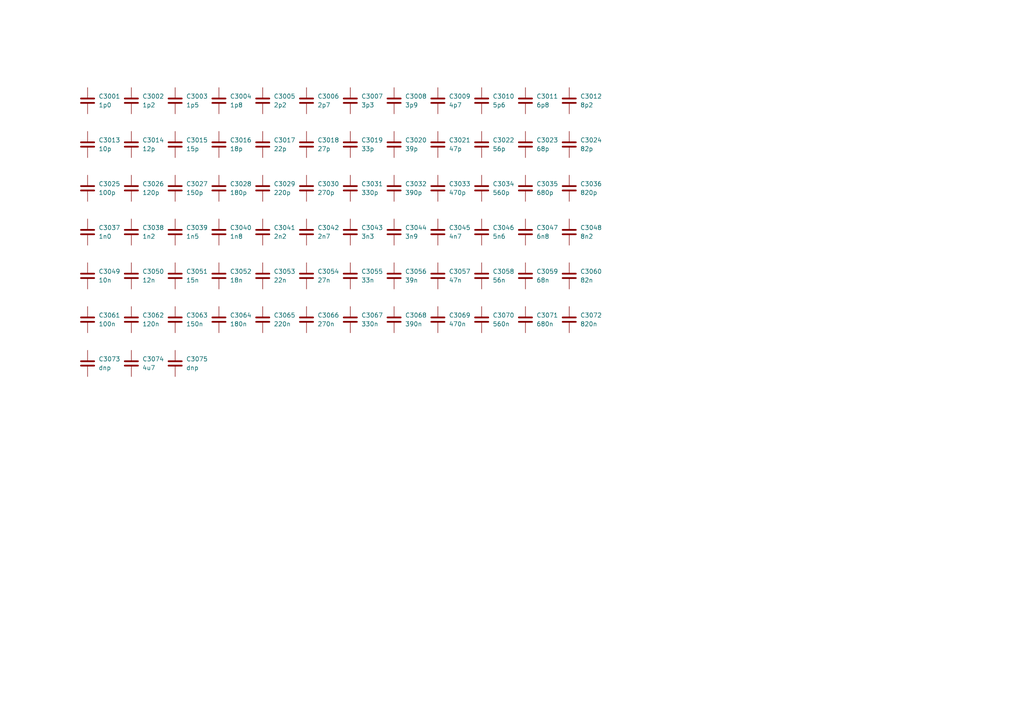
<source format=kicad_sch>
(kicad_sch (version 20231120) (generator "eeschema") (generator_version "8.0")
  (paper "A4")
  (title_block (title "Lily KiCad Library test") (date "2024-05-03") (rev "1") (company "LilyTronics"))
  (lib_symbols
    (symbol "lily_symbols:cap_100n_50V_10%_X7R_0805" (pin_numbers hide) (pin_names (offset 0) hide)
      (property "Reference" "C" (at 3.175 -2.54 0))
      (property "Value" "100n" (at 3.175 -5.08 0))
      (symbol "cap_100n_50V_10%_X7R_0805_1_1"
        (pin passive line (at 0 0 270) (length 3.175) (name "~") (number "1"))
        (pin passive line (at 0 -7.62 90) (length 3.175) (name "~") (number "2"))
      )
    )
    (symbol "lily_symbols:cap_100p_50V_5%_C0G_0805" (pin_numbers hide) (pin_names (offset 0) hide)
      (property "Reference" "C" (at 3.175 -2.54 0))
      (property "Value" "100p" (at 3.175 -5.08 0))
      (symbol "cap_100p_50V_5%_C0G_0805_1_1"
        (pin passive line (at 0 0 270) (length 3.175) (name "~") (number "1"))
        (pin passive line (at 0 -7.62 90) (length 3.175) (name "~") (number "2"))
      )
    )
    (symbol "lily_symbols:cap_10n_50V_10%_X7R_0805" (pin_numbers hide) (pin_names (offset 0) hide)
      (property "Reference" "C" (at 3.175 -2.54 0))
      (property "Value" "10n" (at 3.175 -5.08 0))
      (symbol "cap_10n_50V_10%_X7R_0805_1_1"
        (pin passive line (at 0 0 270) (length 3.175) (name "~") (number "1"))
        (pin passive line (at 0 -7.62 90) (length 3.175) (name "~") (number "2"))
      )
    )
    (symbol "lily_symbols:cap_10p_50V_5%_C0G_0805" (pin_numbers hide) (pin_names (offset 0) hide)
      (property "Reference" "C" (at 3.175 -2.54 0))
      (property "Value" "10p" (at 3.175 -5.08 0))
      (symbol "cap_10p_50V_5%_C0G_0805_1_1"
        (pin passive line (at 0 0 270) (length 3.175) (name "~") (number "1"))
        (pin passive line (at 0 -7.62 90) (length 3.175) (name "~") (number "2"))
      )
    )
    (symbol "lily_symbols:cap_120n_50V_10%_X7R_0805" (pin_numbers hide) (pin_names (offset 0) hide)
      (property "Reference" "C" (at 3.175 -2.54 0))
      (property "Value" "120n" (at 3.175 -5.08 0))
      (symbol "cap_120n_50V_10%_X7R_0805_1_1"
        (pin passive line (at 0 0 270) (length 3.175) (name "~") (number "1"))
        (pin passive line (at 0 -7.62 90) (length 3.175) (name "~") (number "2"))
      )
    )
    (symbol "lily_symbols:cap_120p_50V_5%_C0G_0805" (pin_numbers hide) (pin_names (offset 0) hide)
      (property "Reference" "C" (at 3.175 -2.54 0))
      (property "Value" "120p" (at 3.175 -5.08 0))
      (symbol "cap_120p_50V_5%_C0G_0805_1_1"
        (pin passive line (at 0 0 270) (length 3.175) (name "~") (number "1"))
        (pin passive line (at 0 -7.62 90) (length 3.175) (name "~") (number "2"))
      )
    )
    (symbol "lily_symbols:cap_12n_50V_10%_X7R_0805" (pin_numbers hide) (pin_names (offset 0) hide)
      (property "Reference" "C" (at 3.175 -2.54 0))
      (property "Value" "12n" (at 3.175 -5.08 0))
      (symbol "cap_12n_50V_10%_X7R_0805_1_1"
        (pin passive line (at 0 0 270) (length 3.175) (name "~") (number "1"))
        (pin passive line (at 0 -7.62 90) (length 3.175) (name "~") (number "2"))
      )
    )
    (symbol "lily_symbols:cap_12p_50V_5%_C0G_0805" (pin_numbers hide) (pin_names (offset 0) hide)
      (property "Reference" "C" (at 3.175 -2.54 0))
      (property "Value" "12p" (at 3.175 -5.08 0))
      (symbol "cap_12p_50V_5%_C0G_0805_1_1"
        (pin passive line (at 0 0 270) (length 3.175) (name "~") (number "1"))
        (pin passive line (at 0 -7.62 90) (length 3.175) (name "~") (number "2"))
      )
    )
    (symbol "lily_symbols:cap_150n_50V_10%_X7R_0805" (pin_numbers hide) (pin_names (offset 0) hide)
      (property "Reference" "C" (at 3.175 -2.54 0))
      (property "Value" "150n" (at 3.175 -5.08 0))
      (symbol "cap_150n_50V_10%_X7R_0805_1_1"
        (pin passive line (at 0 0 270) (length 3.175) (name "~") (number "1"))
        (pin passive line (at 0 -7.62 90) (length 3.175) (name "~") (number "2"))
      )
    )
    (symbol "lily_symbols:cap_150p_50V_5%_C0G_0805" (pin_numbers hide) (pin_names (offset 0) hide)
      (property "Reference" "C" (at 3.175 -2.54 0))
      (property "Value" "150p" (at 3.175 -5.08 0))
      (symbol "cap_150p_50V_5%_C0G_0805_1_1"
        (pin passive line (at 0 0 270) (length 3.175) (name "~") (number "1"))
        (pin passive line (at 0 -7.62 90) (length 3.175) (name "~") (number "2"))
      )
    )
    (symbol "lily_symbols:cap_15n_50V_10%_X7R_0805" (pin_numbers hide) (pin_names (offset 0) hide)
      (property "Reference" "C" (at 3.175 -2.54 0))
      (property "Value" "15n" (at 3.175 -5.08 0))
      (symbol "cap_15n_50V_10%_X7R_0805_1_1"
        (pin passive line (at 0 0 270) (length 3.175) (name "~") (number "1"))
        (pin passive line (at 0 -7.62 90) (length 3.175) (name "~") (number "2"))
      )
    )
    (symbol "lily_symbols:cap_15p_50V_5%_C0G_0805" (pin_numbers hide) (pin_names (offset 0) hide)
      (property "Reference" "C" (at 3.175 -2.54 0))
      (property "Value" "15p" (at 3.175 -5.08 0))
      (symbol "cap_15p_50V_5%_C0G_0805_1_1"
        (pin passive line (at 0 0 270) (length 3.175) (name "~") (number "1"))
        (pin passive line (at 0 -7.62 90) (length 3.175) (name "~") (number "2"))
      )
    )
    (symbol "lily_symbols:cap_180n_50V_10%_X7R_0805" (pin_numbers hide) (pin_names (offset 0) hide)
      (property "Reference" "C" (at 3.175 -2.54 0))
      (property "Value" "180n" (at 3.175 -5.08 0))
      (symbol "cap_180n_50V_10%_X7R_0805_1_1"
        (pin passive line (at 0 0 270) (length 3.175) (name "~") (number "1"))
        (pin passive line (at 0 -7.62 90) (length 3.175) (name "~") (number "2"))
      )
    )
    (symbol "lily_symbols:cap_180p_50V_5%_C0G_0805" (pin_numbers hide) (pin_names (offset 0) hide)
      (property "Reference" "C" (at 3.175 -2.54 0))
      (property "Value" "180p" (at 3.175 -5.08 0))
      (symbol "cap_180p_50V_5%_C0G_0805_1_1"
        (pin passive line (at 0 0 270) (length 3.175) (name "~") (number "1"))
        (pin passive line (at 0 -7.62 90) (length 3.175) (name "~") (number "2"))
      )
    )
    (symbol "lily_symbols:cap_18n_50V_10%_X7R_0805" (pin_numbers hide) (pin_names (offset 0) hide)
      (property "Reference" "C" (at 3.175 -2.54 0))
      (property "Value" "18n" (at 3.175 -5.08 0))
      (symbol "cap_18n_50V_10%_X7R_0805_1_1"
        (pin passive line (at 0 0 270) (length 3.175) (name "~") (number "1"))
        (pin passive line (at 0 -7.62 90) (length 3.175) (name "~") (number "2"))
      )
    )
    (symbol "lily_symbols:cap_18p_50V_5%_C0G_0805" (pin_numbers hide) (pin_names (offset 0) hide)
      (property "Reference" "C" (at 3.175 -2.54 0))
      (property "Value" "18p" (at 3.175 -5.08 0))
      (symbol "cap_18p_50V_5%_C0G_0805_1_1"
        (pin passive line (at 0 0 270) (length 3.175) (name "~") (number "1"))
        (pin passive line (at 0 -7.62 90) (length 3.175) (name "~") (number "2"))
      )
    )
    (symbol "lily_symbols:cap_1n0_50V_10%_X7R_0805" (pin_numbers hide) (pin_names (offset 0) hide)
      (property "Reference" "C" (at 3.175 -2.54 0))
      (property "Value" "1n0" (at 3.175 -5.08 0))
      (symbol "cap_1n0_50V_10%_X7R_0805_1_1"
        (pin passive line (at 0 0 270) (length 3.175) (name "~") (number "1"))
        (pin passive line (at 0 -7.62 90) (length 3.175) (name "~") (number "2"))
      )
    )
    (symbol "lily_symbols:cap_1n2_50V_10%_X7R_0805" (pin_numbers hide) (pin_names (offset 0) hide)
      (property "Reference" "C" (at 3.175 -2.54 0))
      (property "Value" "1n2" (at 3.175 -5.08 0))
      (symbol "cap_1n2_50V_10%_X7R_0805_1_1"
        (pin passive line (at 0 0 270) (length 3.175) (name "~") (number "1"))
        (pin passive line (at 0 -7.62 90) (length 3.175) (name "~") (number "2"))
      )
    )
    (symbol "lily_symbols:cap_1n5_50V_10%_X7R_0805" (pin_numbers hide) (pin_names (offset 0) hide)
      (property "Reference" "C" (at 3.175 -2.54 0))
      (property "Value" "1n5" (at 3.175 -5.08 0))
      (symbol "cap_1n5_50V_10%_X7R_0805_1_1"
        (pin passive line (at 0 0 270) (length 3.175) (name "~") (number "1"))
        (pin passive line (at 0 -7.62 90) (length 3.175) (name "~") (number "2"))
      )
    )
    (symbol "lily_symbols:cap_1n8_50V_10%_X7R_0805" (pin_numbers hide) (pin_names (offset 0) hide)
      (property "Reference" "C" (at 3.175 -2.54 0))
      (property "Value" "1n8" (at 3.175 -5.08 0))
      (symbol "cap_1n8_50V_10%_X7R_0805_1_1"
        (pin passive line (at 0 0 270) (length 3.175) (name "~") (number "1"))
        (pin passive line (at 0 -7.62 90) (length 3.175) (name "~") (number "2"))
      )
    )
    (symbol "lily_symbols:cap_1p0_50V_5%_C0G_0805" (pin_numbers hide) (pin_names (offset 0) hide)
      (property "Reference" "C" (at 3.175 -2.54 0))
      (property "Value" "1p0" (at 3.175 -5.08 0))
      (symbol "cap_1p0_50V_5%_C0G_0805_1_1"
        (pin passive line (at 0 0 270) (length 3.175) (name "~") (number "1"))
        (pin passive line (at 0 -7.62 90) (length 3.175) (name "~") (number "2"))
      )
    )
    (symbol "lily_symbols:cap_1p2_50V_5%_C0G_0805" (pin_numbers hide) (pin_names (offset 0) hide)
      (property "Reference" "C" (at 3.175 -2.54 0))
      (property "Value" "1p2" (at 3.175 -5.08 0))
      (symbol "cap_1p2_50V_5%_C0G_0805_1_1"
        (pin passive line (at 0 0 270) (length 3.175) (name "~") (number "1"))
        (pin passive line (at 0 -7.62 90) (length 3.175) (name "~") (number "2"))
      )
    )
    (symbol "lily_symbols:cap_1p5_50V_5%_C0G_0805" (pin_numbers hide) (pin_names (offset 0) hide)
      (property "Reference" "C" (at 3.175 -2.54 0))
      (property "Value" "1p5" (at 3.175 -5.08 0))
      (symbol "cap_1p5_50V_5%_C0G_0805_1_1"
        (pin passive line (at 0 0 270) (length 3.175) (name "~") (number "1"))
        (pin passive line (at 0 -7.62 90) (length 3.175) (name "~") (number "2"))
      )
    )
    (symbol "lily_symbols:cap_1p8_50V_5%_C0G_0805" (pin_numbers hide) (pin_names (offset 0) hide)
      (property "Reference" "C" (at 3.175 -2.54 0))
      (property "Value" "1p8" (at 3.175 -5.08 0))
      (symbol "cap_1p8_50V_5%_C0G_0805_1_1"
        (pin passive line (at 0 0 270) (length 3.175) (name "~") (number "1"))
        (pin passive line (at 0 -7.62 90) (length 3.175) (name "~") (number "2"))
      )
    )
    (symbol "lily_symbols:cap_220n_50V_10%_X7R_0805" (pin_numbers hide) (pin_names (offset 0) hide)
      (property "Reference" "C" (at 3.175 -2.54 0))
      (property "Value" "220n" (at 3.175 -5.08 0))
      (symbol "cap_220n_50V_10%_X7R_0805_1_1"
        (pin passive line (at 0 0 270) (length 3.175) (name "~") (number "1"))
        (pin passive line (at 0 -7.62 90) (length 3.175) (name "~") (number "2"))
      )
    )
    (symbol "lily_symbols:cap_220p_50V_5%_C0G_0805" (pin_numbers hide) (pin_names (offset 0) hide)
      (property "Reference" "C" (at 3.175 -2.54 0))
      (property "Value" "220p" (at 3.175 -5.08 0))
      (symbol "cap_220p_50V_5%_C0G_0805_1_1"
        (pin passive line (at 0 0 270) (length 3.175) (name "~") (number "1"))
        (pin passive line (at 0 -7.62 90) (length 3.175) (name "~") (number "2"))
      )
    )
    (symbol "lily_symbols:cap_22n_50V_10%_X7R_0805" (pin_numbers hide) (pin_names (offset 0) hide)
      (property "Reference" "C" (at 3.175 -2.54 0))
      (property "Value" "22n" (at 3.175 -5.08 0))
      (symbol "cap_22n_50V_10%_X7R_0805_1_1"
        (pin passive line (at 0 0 270) (length 3.175) (name "~") (number "1"))
        (pin passive line (at 0 -7.62 90) (length 3.175) (name "~") (number "2"))
      )
    )
    (symbol "lily_symbols:cap_22p_50V_5%_C0G_0805" (pin_numbers hide) (pin_names (offset 0) hide)
      (property "Reference" "C" (at 3.175 -2.54 0))
      (property "Value" "22p" (at 3.175 -5.08 0))
      (symbol "cap_22p_50V_5%_C0G_0805_1_1"
        (pin passive line (at 0 0 270) (length 3.175) (name "~") (number "1"))
        (pin passive line (at 0 -7.62 90) (length 3.175) (name "~") (number "2"))
      )
    )
    (symbol "lily_symbols:cap_270n_50V_10%_X7R_0805" (pin_numbers hide) (pin_names (offset 0) hide)
      (property "Reference" "C" (at 3.175 -2.54 0))
      (property "Value" "270n" (at 3.175 -5.08 0))
      (symbol "cap_270n_50V_10%_X7R_0805_1_1"
        (pin passive line (at 0 0 270) (length 3.175) (name "~") (number "1"))
        (pin passive line (at 0 -7.62 90) (length 3.175) (name "~") (number "2"))
      )
    )
    (symbol "lily_symbols:cap_270p_50V_5%_C0G_0805" (pin_numbers hide) (pin_names (offset 0) hide)
      (property "Reference" "C" (at 3.175 -2.54 0))
      (property "Value" "270p" (at 3.175 -5.08 0))
      (symbol "cap_270p_50V_5%_C0G_0805_1_1"
        (pin passive line (at 0 0 270) (length 3.175) (name "~") (number "1"))
        (pin passive line (at 0 -7.62 90) (length 3.175) (name "~") (number "2"))
      )
    )
    (symbol "lily_symbols:cap_27n_50V_10%_X7R_0805" (pin_numbers hide) (pin_names (offset 0) hide)
      (property "Reference" "C" (at 3.175 -2.54 0))
      (property "Value" "27n" (at 3.175 -5.08 0))
      (symbol "cap_27n_50V_10%_X7R_0805_1_1"
        (pin passive line (at 0 0 270) (length 3.175) (name "~") (number "1"))
        (pin passive line (at 0 -7.62 90) (length 3.175) (name "~") (number "2"))
      )
    )
    (symbol "lily_symbols:cap_27p_50V_5%_C0G_0805" (pin_numbers hide) (pin_names (offset 0) hide)
      (property "Reference" "C" (at 3.175 -2.54 0))
      (property "Value" "27p" (at 3.175 -5.08 0))
      (symbol "cap_27p_50V_5%_C0G_0805_1_1"
        (pin passive line (at 0 0 270) (length 3.175) (name "~") (number "1"))
        (pin passive line (at 0 -7.62 90) (length 3.175) (name "~") (number "2"))
      )
    )
    (symbol "lily_symbols:cap_2n2_50V_10%_X7R_0805" (pin_numbers hide) (pin_names (offset 0) hide)
      (property "Reference" "C" (at 3.175 -2.54 0))
      (property "Value" "2n2" (at 3.175 -5.08 0))
      (symbol "cap_2n2_50V_10%_X7R_0805_1_1"
        (pin passive line (at 0 0 270) (length 3.175) (name "~") (number "1"))
        (pin passive line (at 0 -7.62 90) (length 3.175) (name "~") (number "2"))
      )
    )
    (symbol "lily_symbols:cap_2n7_50V_10%_X7R_0805" (pin_numbers hide) (pin_names (offset 0) hide)
      (property "Reference" "C" (at 3.175 -2.54 0))
      (property "Value" "2n7" (at 3.175 -5.08 0))
      (symbol "cap_2n7_50V_10%_X7R_0805_1_1"
        (pin passive line (at 0 0 270) (length 3.175) (name "~") (number "1"))
        (pin passive line (at 0 -7.62 90) (length 3.175) (name "~") (number "2"))
      )
    )
    (symbol "lily_symbols:cap_2p2_50V_5%_C0G_0805" (pin_numbers hide) (pin_names (offset 0) hide)
      (property "Reference" "C" (at 3.175 -2.54 0))
      (property "Value" "2p2" (at 3.175 -5.08 0))
      (symbol "cap_2p2_50V_5%_C0G_0805_1_1"
        (pin passive line (at 0 0 270) (length 3.175) (name "~") (number "1"))
        (pin passive line (at 0 -7.62 90) (length 3.175) (name "~") (number "2"))
      )
    )
    (symbol "lily_symbols:cap_2p7_50V_5%_C0G_0805" (pin_numbers hide) (pin_names (offset 0) hide)
      (property "Reference" "C" (at 3.175 -2.54 0))
      (property "Value" "2p7" (at 3.175 -5.08 0))
      (symbol "cap_2p7_50V_5%_C0G_0805_1_1"
        (pin passive line (at 0 0 270) (length 3.175) (name "~") (number "1"))
        (pin passive line (at 0 -7.62 90) (length 3.175) (name "~") (number "2"))
      )
    )
    (symbol "lily_symbols:cap_330n_50V_10%_X7R_0805" (pin_numbers hide) (pin_names (offset 0) hide)
      (property "Reference" "C" (at 3.175 -2.54 0))
      (property "Value" "330n" (at 3.175 -5.08 0))
      (symbol "cap_330n_50V_10%_X7R_0805_1_1"
        (pin passive line (at 0 0 270) (length 3.175) (name "~") (number "1"))
        (pin passive line (at 0 -7.62 90) (length 3.175) (name "~") (number "2"))
      )
    )
    (symbol "lily_symbols:cap_330p_50V_5%_C0G_0805" (pin_numbers hide) (pin_names (offset 0) hide)
      (property "Reference" "C" (at 3.175 -2.54 0))
      (property "Value" "330p" (at 3.175 -5.08 0))
      (symbol "cap_330p_50V_5%_C0G_0805_1_1"
        (pin passive line (at 0 0 270) (length 3.175) (name "~") (number "1"))
        (pin passive line (at 0 -7.62 90) (length 3.175) (name "~") (number "2"))
      )
    )
    (symbol "lily_symbols:cap_33n_50V_10%_X7R_0805" (pin_numbers hide) (pin_names (offset 0) hide)
      (property "Reference" "C" (at 3.175 -2.54 0))
      (property "Value" "33n" (at 3.175 -5.08 0))
      (symbol "cap_33n_50V_10%_X7R_0805_1_1"
        (pin passive line (at 0 0 270) (length 3.175) (name "~") (number "1"))
        (pin passive line (at 0 -7.62 90) (length 3.175) (name "~") (number "2"))
      )
    )
    (symbol "lily_symbols:cap_33p_50V_5%_C0G_0805" (pin_numbers hide) (pin_names (offset 0) hide)
      (property "Reference" "C" (at 3.175 -2.54 0))
      (property "Value" "33p" (at 3.175 -5.08 0))
      (symbol "cap_33p_50V_5%_C0G_0805_1_1"
        (pin passive line (at 0 0 270) (length 3.175) (name "~") (number "1"))
        (pin passive line (at 0 -7.62 90) (length 3.175) (name "~") (number "2"))
      )
    )
    (symbol "lily_symbols:cap_390n_16V_10%_X7R_0805" (pin_numbers hide) (pin_names (offset 0) hide)
      (property "Reference" "C" (at 3.175 -2.54 0))
      (property "Value" "390n" (at 3.175 -5.08 0))
      (symbol "cap_390n_16V_10%_X7R_0805_1_1"
        (pin passive line (at 0 0 270) (length 3.175) (name "~") (number "1"))
        (pin passive line (at 0 -7.62 90) (length 3.175) (name "~") (number "2"))
      )
    )
    (symbol "lily_symbols:cap_390p_50V_5%_C0G_0805" (pin_numbers hide) (pin_names (offset 0) hide)
      (property "Reference" "C" (at 3.175 -2.54 0))
      (property "Value" "390p" (at 3.175 -5.08 0))
      (symbol "cap_390p_50V_5%_C0G_0805_1_1"
        (pin passive line (at 0 0 270) (length 3.175) (name "~") (number "1"))
        (pin passive line (at 0 -7.62 90) (length 3.175) (name "~") (number "2"))
      )
    )
    (symbol "lily_symbols:cap_39n_50V_10%_X7R_0805" (pin_numbers hide) (pin_names (offset 0) hide)
      (property "Reference" "C" (at 3.175 -2.54 0))
      (property "Value" "39n" (at 3.175 -5.08 0))
      (symbol "cap_39n_50V_10%_X7R_0805_1_1"
        (pin passive line (at 0 0 270) (length 3.175) (name "~") (number "1"))
        (pin passive line (at 0 -7.62 90) (length 3.175) (name "~") (number "2"))
      )
    )
    (symbol "lily_symbols:cap_39p_50V_5%_C0G_0805" (pin_numbers hide) (pin_names (offset 0) hide)
      (property "Reference" "C" (at 3.175 -2.54 0))
      (property "Value" "39p" (at 3.175 -5.08 0))
      (symbol "cap_39p_50V_5%_C0G_0805_1_1"
        (pin passive line (at 0 0 270) (length 3.175) (name "~") (number "1"))
        (pin passive line (at 0 -7.62 90) (length 3.175) (name "~") (number "2"))
      )
    )
    (symbol "lily_symbols:cap_3n3_50V_10%_X7R_0805" (pin_numbers hide) (pin_names (offset 0) hide)
      (property "Reference" "C" (at 3.175 -2.54 0))
      (property "Value" "3n3" (at 3.175 -5.08 0))
      (symbol "cap_3n3_50V_10%_X7R_0805_1_1"
        (pin passive line (at 0 0 270) (length 3.175) (name "~") (number "1"))
        (pin passive line (at 0 -7.62 90) (length 3.175) (name "~") (number "2"))
      )
    )
    (symbol "lily_symbols:cap_3n9_50V_10%_X7R_0805" (pin_numbers hide) (pin_names (offset 0) hide)
      (property "Reference" "C" (at 3.175 -2.54 0))
      (property "Value" "3n9" (at 3.175 -5.08 0))
      (symbol "cap_3n9_50V_10%_X7R_0805_1_1"
        (pin passive line (at 0 0 270) (length 3.175) (name "~") (number "1"))
        (pin passive line (at 0 -7.62 90) (length 3.175) (name "~") (number "2"))
      )
    )
    (symbol "lily_symbols:cap_3p3_50V_5%_C0G_0805" (pin_numbers hide) (pin_names (offset 0) hide)
      (property "Reference" "C" (at 3.175 -2.54 0))
      (property "Value" "3p3" (at 3.175 -5.08 0))
      (symbol "cap_3p3_50V_5%_C0G_0805_1_1"
        (pin passive line (at 0 0 270) (length 3.175) (name "~") (number "1"))
        (pin passive line (at 0 -7.62 90) (length 3.175) (name "~") (number "2"))
      )
    )
    (symbol "lily_symbols:cap_3p9_50V_5%_C0G_0805" (pin_numbers hide) (pin_names (offset 0) hide)
      (property "Reference" "C" (at 3.175 -2.54 0))
      (property "Value" "3p9" (at 3.175 -5.08 0))
      (symbol "cap_3p9_50V_5%_C0G_0805_1_1"
        (pin passive line (at 0 0 270) (length 3.175) (name "~") (number "1"))
        (pin passive line (at 0 -7.62 90) (length 3.175) (name "~") (number "2"))
      )
    )
    (symbol "lily_symbols:cap_470n_50V_10%_X7R_0805" (pin_numbers hide) (pin_names (offset 0) hide)
      (property "Reference" "C" (at 3.175 -2.54 0))
      (property "Value" "470n" (at 3.175 -5.08 0))
      (symbol "cap_470n_50V_10%_X7R_0805_1_1"
        (pin passive line (at 0 0 270) (length 3.175) (name "~") (number "1"))
        (pin passive line (at 0 -7.62 90) (length 3.175) (name "~") (number "2"))
      )
    )
    (symbol "lily_symbols:cap_470p_50V_5%_C0G_0805" (pin_numbers hide) (pin_names (offset 0) hide)
      (property "Reference" "C" (at 3.175 -2.54 0))
      (property "Value" "470p" (at 3.175 -5.08 0))
      (symbol "cap_470p_50V_5%_C0G_0805_1_1"
        (pin passive line (at 0 0 270) (length 3.175) (name "~") (number "1"))
        (pin passive line (at 0 -7.62 90) (length 3.175) (name "~") (number "2"))
      )
    )
    (symbol "lily_symbols:cap_47n_50V_10%_X7R_0805" (pin_numbers hide) (pin_names (offset 0) hide)
      (property "Reference" "C" (at 3.175 -2.54 0))
      (property "Value" "47n" (at 3.175 -5.08 0))
      (symbol "cap_47n_50V_10%_X7R_0805_1_1"
        (pin passive line (at 0 0 270) (length 3.175) (name "~") (number "1"))
        (pin passive line (at 0 -7.62 90) (length 3.175) (name "~") (number "2"))
      )
    )
    (symbol "lily_symbols:cap_47p_50V_5%_C0G_0805" (pin_numbers hide) (pin_names (offset 0) hide)
      (property "Reference" "C" (at 3.175 -2.54 0))
      (property "Value" "47p" (at 3.175 -5.08 0))
      (symbol "cap_47p_50V_5%_C0G_0805_1_1"
        (pin passive line (at 0 0 270) (length 3.175) (name "~") (number "1"))
        (pin passive line (at 0 -7.62 90) (length 3.175) (name "~") (number "2"))
      )
    )
    (symbol "lily_symbols:cap_4n7_50V_10%_X7R_0805" (pin_numbers hide) (pin_names (offset 0) hide)
      (property "Reference" "C" (at 3.175 -2.54 0))
      (property "Value" "4n7" (at 3.175 -5.08 0))
      (symbol "cap_4n7_50V_10%_X7R_0805_1_1"
        (pin passive line (at 0 0 270) (length 3.175) (name "~") (number "1"))
        (pin passive line (at 0 -7.62 90) (length 3.175) (name "~") (number "2"))
      )
    )
    (symbol "lily_symbols:cap_4p7_50V_5%_C0G_0805" (pin_numbers hide) (pin_names (offset 0) hide)
      (property "Reference" "C" (at 3.175 -2.54 0))
      (property "Value" "4p7" (at 3.175 -5.08 0))
      (symbol "cap_4p7_50V_5%_C0G_0805_1_1"
        (pin passive line (at 0 0 270) (length 3.175) (name "~") (number "1"))
        (pin passive line (at 0 -7.62 90) (length 3.175) (name "~") (number "2"))
      )
    )
    (symbol "lily_symbols:cap_4u7_50V_10%_X7R_1206" (pin_numbers hide) (pin_names (offset 0) hide)
      (property "Reference" "C" (at 3.175 -2.54 0))
      (property "Value" "4u7" (at 3.175 -5.08 0))
      (symbol "cap_4u7_50V_10%_X7R_1206_1_1"
        (pin passive line (at 0 0 270) (length 3.175) (name "~") (number "1"))
        (pin passive line (at 0 -7.62 90) (length 3.175) (name "~") (number "2"))
      )
    )
    (symbol "lily_symbols:cap_560n_25V_10%_X7R_0805" (pin_numbers hide) (pin_names (offset 0) hide)
      (property "Reference" "C" (at 3.175 -2.54 0))
      (property "Value" "560n" (at 3.175 -5.08 0))
      (symbol "cap_560n_25V_10%_X7R_0805_1_1"
        (pin passive line (at 0 0 270) (length 3.175) (name "~") (number "1"))
        (pin passive line (at 0 -7.62 90) (length 3.175) (name "~") (number "2"))
      )
    )
    (symbol "lily_symbols:cap_560p_50V_5%_C0G_0805" (pin_numbers hide) (pin_names (offset 0) hide)
      (property "Reference" "C" (at 3.175 -2.54 0))
      (property "Value" "560p" (at 3.175 -5.08 0))
      (symbol "cap_560p_50V_5%_C0G_0805_1_1"
        (pin passive line (at 0 0 270) (length 3.175) (name "~") (number "1"))
        (pin passive line (at 0 -7.62 90) (length 3.175) (name "~") (number "2"))
      )
    )
    (symbol "lily_symbols:cap_56n_50V_10%_X7R_0805" (pin_numbers hide) (pin_names (offset 0) hide)
      (property "Reference" "C" (at 3.175 -2.54 0))
      (property "Value" "56n" (at 3.175 -5.08 0))
      (symbol "cap_56n_50V_10%_X7R_0805_1_1"
        (pin passive line (at 0 0 270) (length 3.175) (name "~") (number "1"))
        (pin passive line (at 0 -7.62 90) (length 3.175) (name "~") (number "2"))
      )
    )
    (symbol "lily_symbols:cap_56p_50V_5%_C0G_0805" (pin_numbers hide) (pin_names (offset 0) hide)
      (property "Reference" "C" (at 3.175 -2.54 0))
      (property "Value" "56p" (at 3.175 -5.08 0))
      (symbol "cap_56p_50V_5%_C0G_0805_1_1"
        (pin passive line (at 0 0 270) (length 3.175) (name "~") (number "1"))
        (pin passive line (at 0 -7.62 90) (length 3.175) (name "~") (number "2"))
      )
    )
    (symbol "lily_symbols:cap_5n6_50V_10%_X7R_0805" (pin_numbers hide) (pin_names (offset 0) hide)
      (property "Reference" "C" (at 3.175 -2.54 0))
      (property "Value" "5n6" (at 3.175 -5.08 0))
      (symbol "cap_5n6_50V_10%_X7R_0805_1_1"
        (pin passive line (at 0 0 270) (length 3.175) (name "~") (number "1"))
        (pin passive line (at 0 -7.62 90) (length 3.175) (name "~") (number "2"))
      )
    )
    (symbol "lily_symbols:cap_5p6_50V_5%_C0G_0805" (pin_numbers hide) (pin_names (offset 0) hide)
      (property "Reference" "C" (at 3.175 -2.54 0))
      (property "Value" "5p6" (at 3.175 -5.08 0))
      (symbol "cap_5p6_50V_5%_C0G_0805_1_1"
        (pin passive line (at 0 0 270) (length 3.175) (name "~") (number "1"))
        (pin passive line (at 0 -7.62 90) (length 3.175) (name "~") (number "2"))
      )
    )
    (symbol "lily_symbols:cap_680n_50V_10%_X7R_0805" (pin_numbers hide) (pin_names (offset 0) hide)
      (property "Reference" "C" (at 3.175 -2.54 0))
      (property "Value" "680n" (at 3.175 -5.08 0))
      (symbol "cap_680n_50V_10%_X7R_0805_1_1"
        (pin passive line (at 0 0 270) (length 3.175) (name "~") (number "1"))
        (pin passive line (at 0 -7.62 90) (length 3.175) (name "~") (number "2"))
      )
    )
    (symbol "lily_symbols:cap_680p_50V_5%_C0G_0805" (pin_numbers hide) (pin_names (offset 0) hide)
      (property "Reference" "C" (at 3.175 -2.54 0))
      (property "Value" "680p" (at 3.175 -5.08 0))
      (symbol "cap_680p_50V_5%_C0G_0805_1_1"
        (pin passive line (at 0 0 270) (length 3.175) (name "~") (number "1"))
        (pin passive line (at 0 -7.62 90) (length 3.175) (name "~") (number "2"))
      )
    )
    (symbol "lily_symbols:cap_68n_50V_10%_X7R_0805" (pin_numbers hide) (pin_names (offset 0) hide)
      (property "Reference" "C" (at 3.175 -2.54 0))
      (property "Value" "68n" (at 3.175 -5.08 0))
      (symbol "cap_68n_50V_10%_X7R_0805_1_1"
        (pin passive line (at 0 0 270) (length 3.175) (name "~") (number "1"))
        (pin passive line (at 0 -7.62 90) (length 3.175) (name "~") (number "2"))
      )
    )
    (symbol "lily_symbols:cap_68p_50V_5%_C0G_0805" (pin_numbers hide) (pin_names (offset 0) hide)
      (property "Reference" "C" (at 3.175 -2.54 0))
      (property "Value" "68p" (at 3.175 -5.08 0))
      (symbol "cap_68p_50V_5%_C0G_0805_1_1"
        (pin passive line (at 0 0 270) (length 3.175) (name "~") (number "1"))
        (pin passive line (at 0 -7.62 90) (length 3.175) (name "~") (number "2"))
      )
    )
    (symbol "lily_symbols:cap_6n8_50V_10%_X7R_0805" (pin_numbers hide) (pin_names (offset 0) hide)
      (property "Reference" "C" (at 3.175 -2.54 0))
      (property "Value" "6n8" (at 3.175 -5.08 0))
      (symbol "cap_6n8_50V_10%_X7R_0805_1_1"
        (pin passive line (at 0 0 270) (length 3.175) (name "~") (number "1"))
        (pin passive line (at 0 -7.62 90) (length 3.175) (name "~") (number "2"))
      )
    )
    (symbol "lily_symbols:cap_6p8_50V_5%_C0G_0805" (pin_numbers hide) (pin_names (offset 0) hide)
      (property "Reference" "C" (at 3.175 -2.54 0))
      (property "Value" "6p8" (at 3.175 -5.08 0))
      (symbol "cap_6p8_50V_5%_C0G_0805_1_1"
        (pin passive line (at 0 0 270) (length 3.175) (name "~") (number "1"))
        (pin passive line (at 0 -7.62 90) (length 3.175) (name "~") (number "2"))
      )
    )
    (symbol "lily_symbols:cap_820n_16V_10%_X7R_0805" (pin_numbers hide) (pin_names (offset 0) hide)
      (property "Reference" "C" (at 3.175 -2.54 0))
      (property "Value" "820n" (at 3.175 -5.08 0))
      (symbol "cap_820n_16V_10%_X7R_0805_1_1"
        (pin passive line (at 0 0 270) (length 3.175) (name "~") (number "1"))
        (pin passive line (at 0 -7.62 90) (length 3.175) (name "~") (number "2"))
      )
    )
    (symbol "lily_symbols:cap_820p_50V_5%_C0G_0805" (pin_numbers hide) (pin_names (offset 0) hide)
      (property "Reference" "C" (at 3.175 -2.54 0))
      (property "Value" "820p" (at 3.175 -5.08 0))
      (symbol "cap_820p_50V_5%_C0G_0805_1_1"
        (pin passive line (at 0 0 270) (length 3.175) (name "~") (number "1"))
        (pin passive line (at 0 -7.62 90) (length 3.175) (name "~") (number "2"))
      )
    )
    (symbol "lily_symbols:cap_82n_50V_10%_X7R_0805" (pin_numbers hide) (pin_names (offset 0) hide)
      (property "Reference" "C" (at 3.175 -2.54 0))
      (property "Value" "82n" (at 3.175 -5.08 0))
      (symbol "cap_82n_50V_10%_X7R_0805_1_1"
        (pin passive line (at 0 0 270) (length 3.175) (name "~") (number "1"))
        (pin passive line (at 0 -7.62 90) (length 3.175) (name "~") (number "2"))
      )
    )
    (symbol "lily_symbols:cap_82p_50V_5%_C0G_0805" (pin_numbers hide) (pin_names (offset 0) hide)
      (property "Reference" "C" (at 3.175 -2.54 0))
      (property "Value" "82p" (at 3.175 -5.08 0))
      (symbol "cap_82p_50V_5%_C0G_0805_1_1"
        (pin passive line (at 0 0 270) (length 3.175) (name "~") (number "1"))
        (pin passive line (at 0 -7.62 90) (length 3.175) (name "~") (number "2"))
      )
    )
    (symbol "lily_symbols:cap_8n2_50V_10%_X7R_0805" (pin_numbers hide) (pin_names (offset 0) hide)
      (property "Reference" "C" (at 3.175 -2.54 0))
      (property "Value" "8n2" (at 3.175 -5.08 0))
      (symbol "cap_8n2_50V_10%_X7R_0805_1_1"
        (pin passive line (at 0 0 270) (length 3.175) (name "~") (number "1"))
        (pin passive line (at 0 -7.62 90) (length 3.175) (name "~") (number "2"))
      )
    )
    (symbol "lily_symbols:cap_8p2_50V_5%_C0G_0805" (pin_numbers hide) (pin_names (offset 0) hide)
      (property "Reference" "C" (at 3.175 -2.54 0))
      (property "Value" "8p2" (at 3.175 -5.08 0))
      (symbol "cap_8p2_50V_5%_C0G_0805_1_1"
        (pin passive line (at 0 0 270) (length 3.175) (name "~") (number "1"))
        (pin passive line (at 0 -7.62 90) (length 3.175) (name "~") (number "2"))
      )
    )
    (symbol "lily_symbols:cap_do_not_populate_0805" (pin_numbers hide) (pin_names (offset 0) hide)
      (property "Reference" "C" (at 3.175 -2.54 0))
      (property "Value" "dnp" (at 3.175 -5.08 0))
      (symbol "cap_do_not_populate_0805_1_1"
        (pin passive line (at 0 0 270) (length 3.175) (name "~") (number "1"))
        (pin passive line (at 0 -7.62 90) (length 3.175) (name "~") (number "2"))
      )
    )
    (symbol "lily_symbols:cap_do_not_populate_1206" (pin_numbers hide) (pin_names (offset 0) hide)
      (property "Reference" "C" (at 3.175 -2.54 0))
      (property "Value" "dnp" (at 3.175 -5.08 0))
      (symbol "cap_do_not_populate_1206_1_1"
        (pin passive line (at 0 0 270) (length 3.175) (name "~") (number "1"))
        (pin passive line (at 0 -7.62 90) (length 3.175) (name "~") (number "2"))
      )
    )
  )
  (symbol (lib_id "lily_symbols:cap_10n_50V_10%_X7R_0805") (at 25.4 76.2 0) (unit 1)
    (property "Reference" "C3049" (at 28.575 78.74 0) (effects (justify left)))
    (property "Value" "10n" (at 28.575 81.28 0) (effects (justify left)))
    (property "Footprint" "lily_footprints:cap_0805" (effects (hide yes)))
    (property "Revision" "1" (effects (hide yes)))
    (property "Status" "Active" (effects (hide yes)))
    (property "Manufacturer" "Samsung Electro-Mechanics" (effects (hide yes)))
    (property "Manufacturer_ID" "CL21B103KBANNNC" (effects (hide yes)))
    (property "Lily_ID" "1912-11004" (effects (hide yes)))
    (property "JLCPCB_ID" "C1710" (effects (hide yes)))
    (property "JLCPCB_STATUS" "Basic" (effects (hide yes)))
  )
  (symbol (lib_id "lily_symbols:cap_3p3_50V_5%_C0G_0805") (at 101.6 25.4 0) (unit 1)
    (property "Reference" "C3007" (at 104.775 27.94 0) (effects (justify left)))
    (property "Value" "3p3" (at 104.775 30.48 0) (effects (justify left)))
    (property "Footprint" "lily_footprints:cap_0805" (effects (hide yes)))
    (property "Revision" "1" (effects (hide yes)))
    (property "Status" "Active" (effects (hide yes)))
    (property "Manufacturer" "Guangdong Fenghua Advanced Tech" (effects (hide yes)))
    (property "Manufacturer_ID" "0805CG3R3C500NT" (effects (hide yes)))
    (property "Lily_ID" "1912-33300" (effects (hide yes)))
    (property "JLCPCB_ID" "C1811" (effects (hide yes)))
    (property "JLCPCB_STATUS" "Extended" (effects (hide yes)))
  )
  (symbol (lib_id "lily_symbols:cap_do_not_populate_0805") (at 25.4 101.6 0) (unit 1)
    (property "Reference" "C3073" (at 28.575 104.14 0) (effects (justify left)))
    (property "Value" "dnp" (at 28.575 106.68 0) (effects (justify left)))
    (property "Footprint" "lily_footprints:cap_0805_dnp" (effects (hide yes)))
    (property "Revision" "1" (effects (hide yes)))
    (property "Status" "Active" (effects (hide yes)))
  )
  (symbol (lib_id "lily_symbols:cap_180n_50V_10%_X7R_0805") (at 63.5 88.9 0) (unit 1)
    (property "Reference" "C3064" (at 66.675 91.44 0) (effects (justify left)))
    (property "Value" "180n" (at 66.675 93.98 0) (effects (justify left)))
    (property "Footprint" "lily_footprints:cap_0805" (effects (hide yes)))
    (property "Revision" "1" (effects (hide yes)))
    (property "Status" "Active" (effects (hide yes)))
    (property "Manufacturer" "CCTC" (effects (hide yes)))
    (property "Manufacturer_ID" "TCC0805X7R184K500DT" (effects (hide yes)))
    (property "Lily_ID" "1912-11805" (effects (hide yes)))
    (property "JLCPCB_ID" "C376938" (effects (hide yes)))
    (property "JLCPCB_STATUS" "Extended" (effects (hide yes)))
  )
  (symbol (lib_id "lily_symbols:cap_220p_50V_5%_C0G_0805") (at 76.2 50.8 0) (unit 1)
    (property "Reference" "C3029" (at 79.375 53.34 0) (effects (justify left)))
    (property "Value" "220p" (at 79.375 55.88 0) (effects (justify left)))
    (property "Footprint" "lily_footprints:cap_0805" (effects (hide yes)))
    (property "Revision" "1" (effects (hide yes)))
    (property "Status" "Active" (effects (hide yes)))
    (property "Manufacturer" "YAGEO" (effects (hide yes)))
    (property "Manufacturer_ID" "CC0805JRNPO9BN221" (effects (hide yes)))
    (property "Lily_ID" "1912-32202" (effects (hide yes)))
    (property "JLCPCB_ID" "C107112" (effects (hide yes)))
    (property "JLCPCB_STATUS" "Extended" (effects (hide yes)))
  )
  (symbol (lib_id "lily_symbols:cap_33n_50V_10%_X7R_0805") (at 101.6 76.2 0) (unit 1)
    (property "Reference" "C3055" (at 104.775 78.74 0) (effects (justify left)))
    (property "Value" "33n" (at 104.775 81.28 0) (effects (justify left)))
    (property "Footprint" "lily_footprints:cap_0805" (effects (hide yes)))
    (property "Revision" "1" (effects (hide yes)))
    (property "Status" "Active" (effects (hide yes)))
    (property "Manufacturer" "Guangdong Fenghua Advanced Tech" (effects (hide yes)))
    (property "Manufacturer_ID" "0805B333K500NT" (effects (hide yes)))
    (property "Lily_ID" "1912-13304" (effects (hide yes)))
    (property "JLCPCB_ID" "C1739" (effects (hide yes)))
    (property "JLCPCB_STATUS" "Basic" (effects (hide yes)))
  )
  (symbol (lib_id "lily_symbols:cap_56p_50V_5%_C0G_0805") (at 139.7 38.1 0) (unit 1)
    (property "Reference" "C3022" (at 142.875 40.64 0) (effects (justify left)))
    (property "Value" "56p" (at 142.875 43.18 0) (effects (justify left)))
    (property "Footprint" "lily_footprints:cap_0805" (effects (hide yes)))
    (property "Revision" "1" (effects (hide yes)))
    (property "Status" "Active" (effects (hide yes)))
    (property "Manufacturer" "Guangdong Fenghua Advanced Tech" (effects (hide yes)))
    (property "Manufacturer_ID" "0805CG560J500NT" (effects (hide yes)))
    (property "Lily_ID" "1912-35601" (effects (hide yes)))
    (property "JLCPCB_ID" "C1828" (effects (hide yes)))
    (property "JLCPCB_STATUS" "Extended" (effects (hide yes)))
  )
  (symbol (lib_id "lily_symbols:cap_8n2_50V_10%_X7R_0805") (at 165.1 63.5 0) (unit 1)
    (property "Reference" "C3048" (at 168.275 66.04 0) (effects (justify left)))
    (property "Value" "8n2" (at 168.275 68.58 0) (effects (justify left)))
    (property "Footprint" "lily_footprints:cap_0805" (effects (hide yes)))
    (property "Revision" "1" (effects (hide yes)))
    (property "Status" "Active" (effects (hide yes)))
    (property "Manufacturer" "Guangdong Fenghua Advanced Tech" (effects (hide yes)))
    (property "Manufacturer_ID" "0805B822K500NT" (effects (hide yes)))
    (property "Lily_ID" "1912-18203" (effects (hide yes)))
    (property "JLCPCB_ID" "C1758" (effects (hide yes)))
    (property "JLCPCB_STATUS" "Extended" (effects (hide yes)))
  )
  (symbol (lib_id "lily_symbols:cap_1p8_50V_5%_C0G_0805") (at 63.5 25.4 0) (unit 1)
    (property "Reference" "C3004" (at 66.675 27.94 0) (effects (justify left)))
    (property "Value" "1p8" (at 66.675 30.48 0) (effects (justify left)))
    (property "Footprint" "lily_footprints:cap_0805" (effects (hide yes)))
    (property "Revision" "1" (effects (hide yes)))
    (property "Status" "Active" (effects (hide yes)))
    (property "Manufacturer" "Prosperity Dielectrics" (effects (hide yes)))
    (property "Manufacturer_ID" "FN21N1R8C500PAG" (effects (hide yes)))
    (property "Lily_ID" "1912-31800" (effects (hide yes)))
    (property "JLCPCB_ID" "C565581" (effects (hide yes)))
    (property "JLCPCB_STATUS" "Extended" (effects (hide yes)))
  )
  (symbol (lib_id "lily_symbols:cap_1p5_50V_5%_C0G_0805") (at 50.8 25.4 0) (unit 1)
    (property "Reference" "C3003" (at 53.975 27.94 0) (effects (justify left)))
    (property "Value" "1p5" (at 53.975 30.48 0) (effects (justify left)))
    (property "Footprint" "lily_footprints:cap_0805" (effects (hide yes)))
    (property "Revision" "1" (effects (hide yes)))
    (property "Status" "Active" (effects (hide yes)))
    (property "Manufacturer" "Guangdong Fenghua Advanced Tech" (effects (hide yes)))
    (property "Manufacturer_ID" "0805CG1R5C500NT" (effects (hide yes)))
    (property "Lily_ID" "1912-31500" (effects (hide yes)))
    (property "JLCPCB_ID" "C1788" (effects (hide yes)))
    (property "JLCPCB_STATUS" "Extended" (effects (hide yes)))
  )
  (symbol (lib_id "lily_symbols:cap_15p_50V_5%_C0G_0805") (at 50.8 38.1 0) (unit 1)
    (property "Reference" "C3015" (at 53.975 40.64 0) (effects (justify left)))
    (property "Value" "15p" (at 53.975 43.18 0) (effects (justify left)))
    (property "Footprint" "lily_footprints:cap_0805" (effects (hide yes)))
    (property "Revision" "1" (effects (hide yes)))
    (property "Status" "Active" (effects (hide yes)))
    (property "Manufacturer" "YAGEO" (effects (hide yes)))
    (property "Manufacturer_ID" "CC0805JRNPO9BN150" (effects (hide yes)))
    (property "Lily_ID" "1912-31501" (effects (hide yes)))
    (property "JLCPCB_ID" "C107110" (effects (hide yes)))
    (property "JLCPCB_STATUS" "Extended preferred" (effects (hide yes)))
  )
  (symbol (lib_id "lily_symbols:cap_180p_50V_5%_C0G_0805") (at 63.5 50.8 0) (unit 1)
    (property "Reference" "C3028" (at 66.675 53.34 0) (effects (justify left)))
    (property "Value" "180p" (at 66.675 55.88 0) (effects (justify left)))
    (property "Footprint" "lily_footprints:cap_0805" (effects (hide yes)))
    (property "Revision" "1" (effects (hide yes)))
    (property "Status" "Active" (effects (hide yes)))
    (property "Manufacturer" "YAGEO" (effects (hide yes)))
    (property "Manufacturer_ID" "CC0805JRNPO0BN181" (effects (hide yes)))
    (property "Lily_ID" "1912-31802" (effects (hide yes)))
    (property "JLCPCB_ID" "C527205" (effects (hide yes)))
    (property "JLCPCB_STATUS" "Extended" (effects (hide yes)))
  )
  (symbol (lib_id "lily_symbols:cap_15n_50V_10%_X7R_0805") (at 50.8 76.2 0) (unit 1)
    (property "Reference" "C3051" (at 53.975 78.74 0) (effects (justify left)))
    (property "Value" "15n" (at 53.975 81.28 0) (effects (justify left)))
    (property "Footprint" "lily_footprints:cap_0805" (effects (hide yes)))
    (property "Revision" "1" (effects (hide yes)))
    (property "Status" "Active" (effects (hide yes)))
    (property "Manufacturer" "YAGEO" (effects (hide yes)))
    (property "Manufacturer_ID" "CC0805KRX7R9BB153" (effects (hide yes)))
    (property "Lily_ID" "1912-11504" (effects (hide yes)))
    (property "JLCPCB_ID" "C107143" (effects (hide yes)))
    (property "JLCPCB_STATUS" "Extended" (effects (hide yes)))
  )
  (symbol (lib_id "lily_symbols:cap_4p7_50V_5%_C0G_0805") (at 127 25.4 0) (unit 1)
    (property "Reference" "C3009" (at 130.175 27.94 0) (effects (justify left)))
    (property "Value" "4p7" (at 130.175 30.48 0) (effects (justify left)))
    (property "Footprint" "lily_footprints:cap_0805" (effects (hide yes)))
    (property "Revision" "1" (effects (hide yes)))
    (property "Status" "Active" (effects (hide yes)))
    (property "Manufacturer" "Guangdong Fenghua Advanced Tech" (effects (hide yes)))
    (property "Manufacturer_ID" "0805CG4R7C500NT" (effects (hide yes)))
    (property "Lily_ID" "1912-34700" (effects (hide yes)))
    (property "JLCPCB_ID" "C1820" (effects (hide yes)))
    (property "JLCPCB_STATUS" "Extended" (effects (hide yes)))
  )
  (symbol (lib_id "lily_symbols:cap_4u7_50V_10%_X7R_1206") (at 38.1 101.6 0) (unit 1)
    (property "Reference" "C3074" (at 41.275 104.14 0) (effects (justify left)))
    (property "Value" "4u7" (at 41.275 106.68 0) (effects (justify left)))
    (property "Footprint" "lily_footprints:cap_1206" (effects (hide yes)))
    (property "Revision" "1" (effects (hide yes)))
    (property "Status" "Active" (effects (hide yes)))
    (property "Manufacturer" "Guangdong Fenghua Advanced Tech" (effects (hide yes)))
    (property "Manufacturer_ID" "1206B475K500NT" (effects (hide yes)))
    (property "Lily_ID" "1912-24706" (effects (hide yes)))
    (property "JLCPCB_ID" "C29823" (effects (hide yes)))
    (property "JLCPCB_STATUS" "Basic" (effects (hide yes)))
  )
  (symbol (lib_id "lily_symbols:cap_150p_50V_5%_C0G_0805") (at 50.8 50.8 0) (unit 1)
    (property "Reference" "C3027" (at 53.975 53.34 0) (effects (justify left)))
    (property "Value" "150p" (at 53.975 55.88 0) (effects (justify left)))
    (property "Footprint" "lily_footprints:cap_0805" (effects (hide yes)))
    (property "Revision" "1" (effects (hide yes)))
    (property "Status" "Active" (effects (hide yes)))
    (property "Manufacturer" "YAGEO" (effects (hide yes)))
    (property "Manufacturer_ID" "CC0805JRNPO9BN151" (effects (hide yes)))
    (property "Lily_ID" "1912-31502" (effects (hide yes)))
    (property "JLCPCB_ID" "C107111" (effects (hide yes)))
    (property "JLCPCB_STATUS" "Extended" (effects (hide yes)))
  )
  (symbol (lib_id "lily_symbols:cap_270p_50V_5%_C0G_0805") (at 88.9 50.8 0) (unit 1)
    (property "Reference" "C3030" (at 92.075 53.34 0) (effects (justify left)))
    (property "Value" "270p" (at 92.075 55.88 0) (effects (justify left)))
    (property "Footprint" "lily_footprints:cap_0805" (effects (hide yes)))
    (property "Revision" "1" (effects (hide yes)))
    (property "Status" "Active" (effects (hide yes)))
    (property "Manufacturer" "YAGEO" (effects (hide yes)))
    (property "Manufacturer_ID" "CC0805JRNPO9BN271" (effects (hide yes)))
    (property "Lily_ID" "1912-32702" (effects (hide yes)))
    (property "JLCPCB_ID" "C113828" (effects (hide yes)))
    (property "JLCPCB_STATUS" "Extended" (effects (hide yes)))
  )
  (symbol (lib_id "lily_symbols:cap_27n_50V_10%_X7R_0805") (at 88.9 76.2 0) (unit 1)
    (property "Reference" "C3054" (at 92.075 78.74 0) (effects (justify left)))
    (property "Value" "27n" (at 92.075 81.28 0) (effects (justify left)))
    (property "Footprint" "lily_footprints:cap_0805" (effects (hide yes)))
    (property "Revision" "1" (effects (hide yes)))
    (property "Status" "Active" (effects (hide yes)))
    (property "Manufacturer" "YAGEO" (effects (hide yes)))
    (property "Manufacturer_ID" "CC0805JRX7R9BB273" (effects (hide yes)))
    (property "Lily_ID" "1912-12704" (effects (hide yes)))
    (property "JLCPCB_ID" "C520042" (effects (hide yes)))
    (property "JLCPCB_STATUS" "Extended" (effects (hide yes)))
  )
  (symbol (lib_id "lily_symbols:cap_560n_25V_10%_X7R_0805") (at 139.7 88.9 0) (unit 1)
    (property "Reference" "C3070" (at 142.875 91.44 0) (effects (justify left)))
    (property "Value" "560n" (at 142.875 93.98 0) (effects (justify left)))
    (property "Footprint" "lily_footprints:cap_0805" (effects (hide yes)))
    (property "Revision" "1" (effects (hide yes)))
    (property "Status" "Active" (effects (hide yes)))
    (property "Manufacturer" "YAGEO" (effects (hide yes)))
    (property "Manufacturer_ID" "CC0805KKX7R8BB564" (effects (hide yes)))
    (property "Lily_ID" "1912-15605" (effects (hide yes)))
    (property "JLCPCB_ID" "C577006" (effects (hide yes)))
    (property "JLCPCB_STATUS" "Extended" (effects (hide yes)))
    (property "Notes" "No 50V stock item available at JLCPCB (20240422)" (effects (hide yes)))
  )
  (symbol (lib_id "lily_symbols:cap_560p_50V_5%_C0G_0805") (at 139.7 50.8 0) (unit 1)
    (property "Reference" "C3034" (at 142.875 53.34 0) (effects (justify left)))
    (property "Value" "560p" (at 142.875 55.88 0) (effects (justify left)))
    (property "Footprint" "lily_footprints:cap_0805" (effects (hide yes)))
    (property "Revision" "1" (effects (hide yes)))
    (property "Status" "Active" (effects (hide yes)))
    (property "Manufacturer" "Guangdong Fenghua Advanced Tech" (effects (hide yes)))
    (property "Manufacturer_ID" "0805CG561J500NT" (effects (hide yes)))
    (property "Lily_ID" "1912-35602" (effects (hide yes)))
    (property "JLCPCB_ID" "C1829" (effects (hide yes)))
    (property "JLCPCB_STATUS" "Extended" (effects (hide yes)))
  )
  (symbol (lib_id "lily_symbols:cap_22n_50V_10%_X7R_0805") (at 76.2 76.2 0) (unit 1)
    (property "Reference" "C3053" (at 79.375 78.74 0) (effects (justify left)))
    (property "Value" "22n" (at 79.375 81.28 0) (effects (justify left)))
    (property "Footprint" "lily_footprints:cap_0805" (effects (hide yes)))
    (property "Revision" "1" (effects (hide yes)))
    (property "Status" "Active" (effects (hide yes)))
    (property "Manufacturer" "Samsung Electro-Mechanics " (effects (hide yes)))
    (property "Manufacturer_ID" "CL21B223KBANNNC" (effects (hide yes)))
    (property "Lily_ID" "1912-12204" (effects (hide yes)))
    (property "JLCPCB_ID" "C1729" (effects (hide yes)))
    (property "JLCPCB_STATUS" "Basic" (effects (hide yes)))
  )
  (symbol (lib_id "lily_symbols:cap_2n7_50V_10%_X7R_0805") (at 88.9 63.5 0) (unit 1)
    (property "Reference" "C3042" (at 92.075 66.04 0) (effects (justify left)))
    (property "Value" "2n7" (at 92.075 68.58 0) (effects (justify left)))
    (property "Footprint" "lily_footprints:cap_0805" (effects (hide yes)))
    (property "Revision" "1" (effects (hide yes)))
    (property "Status" "Active" (effects (hide yes)))
    (property "Manufacturer" "Guangdong Fenghua Advanced Tech" (effects (hide yes)))
    (property "Manufacturer_ID" "0805B272K500NT" (effects (hide yes)))
    (property "Lily_ID" "1912-12703" (effects (hide yes)))
    (property "JLCPCB_ID" "C1733" (effects (hide yes)))
    (property "JLCPCB_STATUS" "Extended" (effects (hide yes)))
  )
  (symbol (lib_id "lily_symbols:cap_3n9_50V_10%_X7R_0805") (at 114.3 63.5 0) (unit 1)
    (property "Reference" "C3044" (at 117.475 66.04 0) (effects (justify left)))
    (property "Value" "3n9" (at 117.475 68.58 0) (effects (justify left)))
    (property "Footprint" "lily_footprints:cap_0805" (effects (hide yes)))
    (property "Revision" "1" (effects (hide yes)))
    (property "Status" "Active" (effects (hide yes)))
    (property "Manufacturer" "Guangdong Fenghua Advanced Tech" (effects (hide yes)))
    (property "Manufacturer_ID" "0805B392K500NT" (effects (hide yes)))
    (property "Lily_ID" "1912-13903" (effects (hide yes)))
    (property "JLCPCB_ID" "C1742" (effects (hide yes)))
    (property "JLCPCB_STATUS" "Extended" (effects (hide yes)))
  )
  (symbol (lib_id "lily_symbols:cap_1n5_50V_10%_X7R_0805") (at 50.8 63.5 0) (unit 1)
    (property "Reference" "C3039" (at 53.975 66.04 0) (effects (justify left)))
    (property "Value" "1n5" (at 53.975 68.58 0) (effects (justify left)))
    (property "Footprint" "lily_footprints:cap_0805" (effects (hide yes)))
    (property "Revision" "1" (effects (hide yes)))
    (property "Status" "Active" (effects (hide yes)))
    (property "Manufacturer" "Guangdong Fenghua Advanced Tech" (effects (hide yes)))
    (property "Manufacturer_ID" "0805B152K500NT" (effects (hide yes)))
    (property "Lily_ID" "1912-11503" (effects (hide yes)))
    (property "JLCPCB_ID" "C1717" (effects (hide yes)))
    (property "JLCPCB_STATUS" "Extended preferred" (effects (hide yes)))
  )
  (symbol (lib_id "lily_symbols:cap_12p_50V_5%_C0G_0805") (at 38.1 38.1 0) (unit 1)
    (property "Reference" "C3014" (at 41.275 40.64 0) (effects (justify left)))
    (property "Value" "12p" (at 41.275 43.18 0) (effects (justify left)))
    (property "Footprint" "lily_footprints:cap_0805" (effects (hide yes)))
    (property "Revision" "1" (effects (hide yes)))
    (property "Status" "Active" (effects (hide yes)))
    (property "Manufacturer" "Guangdong Fenghua Advanced Tech" (effects (hide yes)))
    (property "Manufacturer_ID" "0805CG120J500NT" (effects (hide yes)))
    (property "Lily_ID" "1912-31201" (effects (hide yes)))
    (property "JLCPCB_ID" "C1792" (effects (hide yes)))
    (property "JLCPCB_STATUS" "Extended preferred" (effects (hide yes)))
  )
  (symbol (lib_id "lily_symbols:cap_330n_50V_10%_X7R_0805") (at 101.6 88.9 0) (unit 1)
    (property "Reference" "C3067" (at 104.775 91.44 0) (effects (justify left)))
    (property "Value" "330n" (at 104.775 93.98 0) (effects (justify left)))
    (property "Footprint" "lily_footprints:cap_0805" (effects (hide yes)))
    (property "Revision" "1" (effects (hide yes)))
    (property "Status" "Active" (effects (hide yes)))
    (property "Manufacturer" "CCTC" (effects (hide yes)))
    (property "Manufacturer_ID" "TCC0805X7R334K500DT" (effects (hide yes)))
    (property "Lily_ID" "1912-13305" (effects (hide yes)))
    (property "JLCPCB_ID" "C309049" (effects (hide yes)))
    (property "JLCPCB_STATUS" "Extended" (effects (hide yes)))
  )
  (symbol (lib_id "lily_symbols:cap_1p0_50V_5%_C0G_0805") (at 25.4 25.4 0) (unit 1)
    (property "Reference" "C3001" (at 28.575 27.94 0) (effects (justify left)))
    (property "Value" "1p0" (at 28.575 30.48 0) (effects (justify left)))
    (property "Footprint" "lily_footprints:cap_0805" (effects (hide yes)))
    (property "Revision" "1" (effects (hide yes)))
    (property "Status" "Active" (effects (hide yes)))
    (property "Manufacturer" "Guangdong Fenghua Advanced Tech" (effects (hide yes)))
    (property "Manufacturer_ID" "0805CG1R0C500NT" (effects (hide yes)))
    (property "Lily_ID" "1912-31000" (effects (hide yes)))
    (property "JLCPCB_ID" "C1786" (effects (hide yes)))
    (property "JLCPCB_STATUS" "Extended" (effects (hide yes)))
  )
  (symbol (lib_id "lily_symbols:cap_1n2_50V_10%_X7R_0805") (at 38.1 63.5 0) (unit 1)
    (property "Reference" "C3038" (at 41.275 66.04 0) (effects (justify left)))
    (property "Value" "1n2" (at 41.275 68.58 0) (effects (justify left)))
    (property "Footprint" "lily_footprints:cap_0805" (effects (hide yes)))
    (property "Revision" "1" (effects (hide yes)))
    (property "Status" "Active" (effects (hide yes)))
    (property "Manufacturer" "Walsin Tech Corp " (effects (hide yes)))
    (property "Manufacturer_ID" "0805B122K500CT" (effects (hide yes)))
    (property "Lily_ID" "1912-11203" (effects (hide yes)))
    (property "JLCPCB_ID" "C152888" (effects (hide yes)))
    (property "JLCPCB_STATUS" "Extended" (effects (hide yes)))
  )
  (symbol (lib_id "lily_symbols:cap_1n0_50V_10%_X7R_0805") (at 25.4 63.5 0) (unit 1)
    (property "Reference" "C3037" (at 28.575 66.04 0) (effects (justify left)))
    (property "Value" "1n0" (at 28.575 68.58 0) (effects (justify left)))
    (property "Footprint" "lily_footprints:cap_0805" (effects (hide yes)))
    (property "Revision" "1" (effects (hide yes)))
    (property "Status" "Active" (effects (hide yes)))
    (property "Manufacturer" "Samsung Electro-Mechanics" (effects (hide yes)))
    (property "Manufacturer_ID" "CL21B102KBCNNNC" (effects (hide yes)))
    (property "Lily_ID" "1912-11003" (effects (hide yes)))
    (property "JLCPCB_ID" "C46653" (effects (hide yes)))
    (property "JLCPCB_STATUS" "Basic" (effects (hide yes)))
  )
  (symbol (lib_id "lily_symbols:cap_120n_50V_10%_X7R_0805") (at 38.1 88.9 0) (unit 1)
    (property "Reference" "C3062" (at 41.275 91.44 0) (effects (justify left)))
    (property "Value" "120n" (at 41.275 93.98 0) (effects (justify left)))
    (property "Footprint" "lily_footprints:cap_0805" (effects (hide yes)))
    (property "Revision" "1" (effects (hide yes)))
    (property "Status" "Active" (effects (hide yes)))
    (property "Manufacturer" "CCTC" (effects (hide yes)))
    (property "Manufacturer_ID" "TCC0805X7R124K500DT" (effects (hide yes)))
    (property "Lily_ID" "1912-11205" (effects (hide yes)))
    (property "JLCPCB_ID" "C376931" (effects (hide yes)))
    (property "JLCPCB_STATUS" "Extended" (effects (hide yes)))
  )
  (symbol (lib_id "lily_symbols:cap_82n_50V_10%_X7R_0805") (at 165.1 76.2 0) (unit 1)
    (property "Reference" "C3060" (at 168.275 78.74 0) (effects (justify left)))
    (property "Value" "82n" (at 168.275 81.28 0) (effects (justify left)))
    (property "Footprint" "lily_footprints:cap_0805" (effects (hide yes)))
    (property "Revision" "1" (effects (hide yes)))
    (property "Status" "Active" (effects (hide yes)))
    (property "Manufacturer" "YAGEO" (effects (hide yes)))
    (property "Manufacturer_ID" "CC0805KRX7R9BB823" (effects (hide yes)))
    (property "Lily_ID" "1912-18204" (effects (hide yes)))
    (property "JLCPCB_ID" "C327222" (effects (hide yes)))
    (property "JLCPCB_STATUS" "Extended" (effects (hide yes)))
  )
  (symbol (lib_id "lily_symbols:cap_680n_50V_10%_X7R_0805") (at 152.4 88.9 0) (unit 1)
    (property "Reference" "C3071" (at 155.575 91.44 0) (effects (justify left)))
    (property "Value" "680n" (at 155.575 93.98 0) (effects (justify left)))
    (property "Footprint" "lily_footprints:cap_0805" (effects (hide yes)))
    (property "Revision" "1" (effects (hide yes)))
    (property "Status" "Active" (effects (hide yes)))
    (property "Manufacturer" "CCTC" (effects (hide yes)))
    (property "Manufacturer_ID" "TCC0805X7R684K500DT" (effects (hide yes)))
    (property "Lily_ID" "1912-16805" (effects (hide yes)))
    (property "JLCPCB_ID" "C282780" (effects (hide yes)))
    (property "JLCPCB_STATUS" "Extended" (effects (hide yes)))
  )
  (symbol (lib_id "lily_symbols:cap_470n_50V_10%_X7R_0805") (at 127 88.9 0) (unit 1)
    (property "Reference" "C3069" (at 130.175 91.44 0) (effects (justify left)))
    (property "Value" "470n" (at 130.175 93.98 0) (effects (justify left)))
    (property "Footprint" "lily_footprints:cap_0805" (effects (hide yes)))
    (property "Revision" "1" (effects (hide yes)))
    (property "Status" "Active" (effects (hide yes)))
    (property "Manufacturer" "Samsung Electro-Mechanics" (effects (hide yes)))
    (property "Manufacturer_ID" "CL21B474KBFNNNE" (effects (hide yes)))
    (property "Lily_ID" "1912-14705" (effects (hide yes)))
    (property "JLCPCB_ID" "C13967" (effects (hide yes)))
    (property "JLCPCB_STATUS" "Basic" (effects (hide yes)))
  )
  (symbol (lib_id "lily_symbols:cap_68n_50V_10%_X7R_0805") (at 152.4 76.2 0) (unit 1)
    (property "Reference" "C3059" (at 155.575 78.74 0) (effects (justify left)))
    (property "Value" "68n" (at 155.575 81.28 0) (effects (justify left)))
    (property "Footprint" "lily_footprints:cap_0805" (effects (hide yes)))
    (property "Revision" "1" (effects (hide yes)))
    (property "Status" "Active" (effects (hide yes)))
    (property "Manufacturer" "YAGEO" (effects (hide yes)))
    (property "Manufacturer_ID" "CC0805KRX7R9BB683" (effects (hide yes)))
    (property "Lily_ID" "1912-16804" (effects (hide yes)))
    (property "JLCPCB_ID" "C107159" (effects (hide yes)))
    (property "JLCPCB_STATUS" "Extended" (effects (hide yes)))
  )
  (symbol (lib_id "lily_symbols:cap_220n_50V_10%_X7R_0805") (at 76.2 88.9 0) (unit 1)
    (property "Reference" "C3065" (at 79.375 91.44 0) (effects (justify left)))
    (property "Value" "220n" (at 79.375 93.98 0) (effects (justify left)))
    (property "Footprint" "lily_footprints:cap_0805" (effects (hide yes)))
    (property "Revision" "1" (effects (hide yes)))
    (property "Status" "Active" (effects (hide yes)))
    (property "Manufacturer" "Samsung Electro-Mechanics " (effects (hide yes)))
    (property "Manufacturer_ID" "CL21B224KBFNNNE" (effects (hide yes)))
    (property "Lily_ID" "1912-12205" (effects (hide yes)))
    (property "JLCPCB_ID" "C5378" (effects (hide yes)))
    (property "JLCPCB_STATUS" "Basic" (effects (hide yes)))
  )
  (symbol (lib_id "lily_symbols:cap_680p_50V_5%_C0G_0805") (at 152.4 50.8 0) (unit 1)
    (property "Reference" "C3035" (at 155.575 53.34 0) (effects (justify left)))
    (property "Value" "680p" (at 155.575 55.88 0) (effects (justify left)))
    (property "Footprint" "lily_footprints:cap_0805" (effects (hide yes)))
    (property "Revision" "1" (effects (hide yes)))
    (property "Status" "Active" (effects (hide yes)))
    (property "Manufacturer" "Guangdong Fenghua Advanced Tech" (effects (hide yes)))
    (property "Manufacturer_ID" "0805B681K500NT" (effects (hide yes)))
    (property "Lily_ID" "1912-36802" (effects (hide yes)))
    (property "JLCPCB_ID" "C1754" (effects (hide yes)))
    (property "JLCPCB_STATUS" "Extended" (effects (hide yes)))
  )
  (symbol (lib_id "lily_symbols:cap_39n_50V_10%_X7R_0805") (at 114.3 76.2 0) (unit 1)
    (property "Reference" "C3056" (at 117.475 78.74 0) (effects (justify left)))
    (property "Value" "39n" (at 117.475 81.28 0) (effects (justify left)))
    (property "Footprint" "lily_footprints:cap_0805" (effects (hide yes)))
    (property "Revision" "1" (effects (hide yes)))
    (property "Status" "Active" (effects (hide yes)))
    (property "Manufacturer" "Guangdong Fenghua Advanced Tech" (effects (hide yes)))
    (property "Manufacturer_ID" "0805B393K500NT" (effects (hide yes)))
    (property "Lily_ID" "1912-13904" (effects (hide yes)))
    (property "JLCPCB_ID" "C39760" (effects (hide yes)))
    (property "JLCPCB_STATUS" "Extended" (effects (hide yes)))
  )
  (symbol (lib_id "lily_symbols:cap_27p_50V_5%_C0G_0805") (at 88.9 38.1 0) (unit 1)
    (property "Reference" "C3018" (at 92.075 40.64 0) (effects (justify left)))
    (property "Value" "27p" (at 92.075 43.18 0) (effects (justify left)))
    (property "Footprint" "lily_footprints:cap_0805" (effects (hide yes)))
    (property "Revision" "1" (effects (hide yes)))
    (property "Status" "Active" (effects (hide yes)))
    (property "Manufacturer" "Guangdong Fenghua Advanced Tech" (effects (hide yes)))
    (property "Manufacturer_ID" "0805CG270J500NT" (effects (hide yes)))
    (property "Lily_ID" "1912-32701" (effects (hide yes)))
    (property "JLCPCB_ID" "C1808" (effects (hide yes)))
    (property "JLCPCB_STATUS" "Extended" (effects (hide yes)))
  )
  (symbol (lib_id "lily_symbols:cap_2p7_50V_5%_C0G_0805") (at 88.9 25.4 0) (unit 1)
    (property "Reference" "C3006" (at 92.075 27.94 0) (effects (justify left)))
    (property "Value" "2p7" (at 92.075 30.48 0) (effects (justify left)))
    (property "Footprint" "lily_footprints:cap_0805" (effects (hide yes)))
    (property "Revision" "1" (effects (hide yes)))
    (property "Status" "Active" (effects (hide yes)))
    (property "Manufacturer" "Guangdong Fenghua Advanced Tech" (effects (hide yes)))
    (property "Manufacturer_ID" "0805CG2R7C500NT" (effects (hide yes)))
    (property "Lily_ID" "1912-32700" (effects (hide yes)))
    (property "JLCPCB_ID" "C1803" (effects (hide yes)))
    (property "JLCPCB_STATUS" "Extended" (effects (hide yes)))
  )
  (symbol (lib_id "lily_symbols:cap_3p9_50V_5%_C0G_0805") (at 114.3 25.4 0) (unit 1)
    (property "Reference" "C3008" (at 117.475 27.94 0) (effects (justify left)))
    (property "Value" "3p9" (at 117.475 30.48 0) (effects (justify left)))
    (property "Footprint" "lily_footprints:cap_0805" (effects (hide yes)))
    (property "Revision" "1" (effects (hide yes)))
    (property "Status" "Active" (effects (hide yes)))
    (property "Manufacturer" "Guangdong Fenghua Advanced Tech" (effects (hide yes)))
    (property "Manufacturer_ID" "0805CG3R9C500NT" (effects (hide yes)))
    (property "Lily_ID" "1912-33900" (effects (hide yes)))
    (property "JLCPCB_ID" "C1813" (effects (hide yes)))
    (property "JLCPCB_STATUS" "Extended" (effects (hide yes)))
  )
  (symbol (lib_id "lily_symbols:cap_2p2_50V_5%_C0G_0805") (at 76.2 25.4 0) (unit 1)
    (property "Reference" "C3005" (at 79.375 27.94 0) (effects (justify left)))
    (property "Value" "2p2" (at 79.375 30.48 0) (effects (justify left)))
    (property "Footprint" "lily_footprints:cap_0805" (effects (hide yes)))
    (property "Revision" "1" (effects (hide yes)))
    (property "Status" "Active" (effects (hide yes)))
    (property "Manufacturer" "Guangdong Fenghua Advanced Tech" (effects (hide yes)))
    (property "Manufacturer_ID" "0805CG2R2C500NT" (effects (hide yes)))
    (property "Lily_ID" "1912-32200" (effects (hide yes)))
    (property "JLCPCB_ID" "C1801" (effects (hide yes)))
    (property "JLCPCB_STATUS" "Extended" (effects (hide yes)))
  )
  (symbol (lib_id "lily_symbols:cap_3n3_50V_10%_X7R_0805") (at 101.6 63.5 0) (unit 1)
    (property "Reference" "C3043" (at 104.775 66.04 0) (effects (justify left)))
    (property "Value" "3n3" (at 104.775 68.58 0) (effects (justify left)))
    (property "Footprint" "lily_footprints:cap_0805" (effects (hide yes)))
    (property "Revision" "1" (effects (hide yes)))
    (property "Status" "Active" (effects (hide yes)))
    (property "Manufacturer" "Guangdong Fenghua Advanced Tech" (effects (hide yes)))
    (property "Manufacturer_ID" "0805B332K500NT" (effects (hide yes)))
    (property "Lily_ID" "1912-13303" (effects (hide yes)))
    (property "JLCPCB_ID" "C1738" (effects (hide yes)))
    (property "JLCPCB_STATUS" "Extended" (effects (hide yes)))
  )
  (symbol (lib_id "lily_symbols:cap_100p_50V_5%_C0G_0805") (at 25.4 50.8 0) (unit 1)
    (property "Reference" "C3025" (at 28.575 53.34 0) (effects (justify left)))
    (property "Value" "100p" (at 28.575 55.88 0) (effects (justify left)))
    (property "Footprint" "lily_footprints:cap_0805" (effects (hide yes)))
    (property "Revision" "1" (effects (hide yes)))
    (property "Status" "Active" (effects (hide yes)))
    (property "Manufacturer" "Samsung Electro-Mechanics " (effects (hide yes)))
    (property "Manufacturer_ID" "CL21C101JBANNNC" (effects (hide yes)))
    (property "Lily_ID" "1912-31002" (effects (hide yes)))
    (property "JLCPCB_ID" "C1790" (effects (hide yes)))
    (property "JLCPCB_STATUS" "Basic" (effects (hide yes)))
  )
  (symbol (lib_id "lily_symbols:cap_8p2_50V_5%_C0G_0805") (at 165.1 25.4 0) (unit 1)
    (property "Reference" "C3012" (at 168.275 27.94 0) (effects (justify left)))
    (property "Value" "8p2" (at 168.275 30.48 0) (effects (justify left)))
    (property "Footprint" "lily_footprints:cap_0805" (effects (hide yes)))
    (property "Revision" "1" (effects (hide yes)))
    (property "Status" "Active" (effects (hide yes)))
    (property "Manufacturer" "Guangdong Fenghua Advanced Tech" (effects (hide yes)))
    (property "Manufacturer_ID" "0805CG8R2C500NT" (effects (hide yes)))
    (property "Lily_ID" "1912-38200" (effects (hide yes)))
    (property "JLCPCB_ID" "C1840" (effects (hide yes)))
    (property "JLCPCB_STATUS" "Extended" (effects (hide yes)))
  )
  (symbol (lib_id "lily_symbols:cap_100n_50V_10%_X7R_0805") (at 25.4 88.9 0) (unit 1)
    (property "Reference" "C3061" (at 28.575 91.44 0) (effects (justify left)))
    (property "Value" "100n" (at 28.575 93.98 0) (effects (justify left)))
    (property "Footprint" "lily_footprints:cap_0805" (effects (hide yes)))
    (property "Revision" "1" (effects (hide yes)))
    (property "Status" "Active" (effects (hide yes)))
    (property "Manufacturer" "YAGEO" (effects (hide yes)))
    (property "Manufacturer_ID" "CC0805KRX7R9BB104" (effects (hide yes)))
    (property "Lily_ID" "1912-11005" (effects (hide yes)))
    (property "JLCPCB_ID" "C49678" (effects (hide yes)))
    (property "JLCPCB_STATUS" "Basic" (effects (hide yes)))
  )
  (symbol (lib_id "lily_symbols:cap_390n_16V_10%_X7R_0805") (at 114.3 88.9 0) (unit 1)
    (property "Reference" "C3068" (at 117.475 91.44 0) (effects (justify left)))
    (property "Value" "390n" (at 117.475 93.98 0) (effects (justify left)))
    (property "Footprint" "lily_footprints:cap_0805" (effects (hide yes)))
    (property "Revision" "1" (effects (hide yes)))
    (property "Status" "Active" (effects (hide yes)))
    (property "Manufacturer" "Walsin Tech Corp " (effects (hide yes)))
    (property "Manufacturer_ID" "0805B394K160CT" (effects (hide yes)))
    (property "Lily_ID" "1912-13905" (effects (hide yes)))
    (property "JLCPCB_ID" "C152869" (effects (hide yes)))
    (property "JLCPCB_STATUS" "Extended" (effects (hide yes)))
    (property "Notes" "No 50V stock item available at JLCPCB (20240422)" (effects (hide yes)))
  )
  (symbol (lib_id "lily_symbols:cap_do_not_populate_1206") (at 50.8 101.6 0) (unit 1)
    (property "Reference" "C3075" (at 53.975 104.14 0) (effects (justify left)))
    (property "Value" "dnp" (at 53.975 106.68 0) (effects (justify left)))
    (property "Footprint" "lily_footprints:cap_1206_dnp" (effects (hide yes)))
    (property "Revision" "1" (effects (hide yes)))
    (property "Status" "Active" (effects (hide yes)))
  )
  (symbol (lib_id "lily_symbols:cap_39p_50V_5%_C0G_0805") (at 114.3 38.1 0) (unit 1)
    (property "Reference" "C3020" (at 117.475 40.64 0) (effects (justify left)))
    (property "Value" "39p" (at 117.475 43.18 0) (effects (justify left)))
    (property "Footprint" "lily_footprints:cap_0805" (effects (hide yes)))
    (property "Revision" "1" (effects (hide yes)))
    (property "Status" "Active" (effects (hide yes)))
    (property "Manufacturer" "Guangdong Fenghua Advanced Tech" (effects (hide yes)))
    (property "Manufacturer_ID" "0805CG390J500NT" (effects (hide yes)))
    (property "Lily_ID" "1912-33901" (effects (hide yes)))
    (property "JLCPCB_ID" "C1817" (effects (hide yes)))
    (property "JLCPCB_STATUS" "Extended" (effects (hide yes)))
  )
  (symbol (lib_id "lily_symbols:cap_390p_50V_5%_C0G_0805") (at 114.3 50.8 0) (unit 1)
    (property "Reference" "C3032" (at 117.475 53.34 0) (effects (justify left)))
    (property "Value" "390p" (at 117.475 55.88 0) (effects (justify left)))
    (property "Footprint" "lily_footprints:cap_0805" (effects (hide yes)))
    (property "Revision" "1" (effects (hide yes)))
    (property "Status" "Active" (effects (hide yes)))
    (property "Manufacturer" "YAGEO" (effects (hide yes)))
    (property "Manufacturer_ID" "CC0805JRNPO9BN391" (effects (hide yes)))
    (property "Lily_ID" "1912-33902" (effects (hide yes)))
    (property "JLCPCB_ID" "C519975" (effects (hide yes)))
    (property "JLCPCB_STATUS" "Extended" (effects (hide yes)))
  )
  (symbol (lib_id "lily_symbols:cap_10p_50V_5%_C0G_0805") (at 25.4 38.1 0) (unit 1)
    (property "Reference" "C3013" (at 28.575 40.64 0) (effects (justify left)))
    (property "Value" "10p" (at 28.575 43.18 0) (effects (justify left)))
    (property "Footprint" "lily_footprints:cap_0805" (effects (hide yes)))
    (property "Revision" "1" (effects (hide yes)))
    (property "Status" "Active" (effects (hide yes)))
    (property "Manufacturer" "Guangdong Fenghua Advanced Tech" (effects (hide yes)))
    (property "Manufacturer_ID" "0805CG100J500NT" (effects (hide yes)))
    (property "Lily_ID" "1912-31001" (effects (hide yes)))
    (property "JLCPCB_ID" "C157608" (effects (hide yes)))
    (property "JLCPCB_STATUS" "Extended" (effects (hide yes)))
  )
  (symbol (lib_id "lily_symbols:cap_33p_50V_5%_C0G_0805") (at 101.6 38.1 0) (unit 1)
    (property "Reference" "C3019" (at 104.775 40.64 0) (effects (justify left)))
    (property "Value" "33p" (at 104.775 43.18 0) (effects (justify left)))
    (property "Footprint" "lily_footprints:cap_0805" (effects (hide yes)))
    (property "Revision" "1" (effects (hide yes)))
    (property "Status" "Active" (effects (hide yes)))
    (property "Manufacturer" "Guangdong Fenghua Advanced Tech" (effects (hide yes)))
    (property "Manufacturer_ID" "0805CG330J500NT" (effects (hide yes)))
    (property "Lily_ID" "1912-33301" (effects (hide yes)))
    (property "JLCPCB_ID" "C157687" (effects (hide yes)))
    (property "JLCPCB_STATUS" "Extended" (effects (hide yes)))
  )
  (symbol (lib_id "lily_symbols:cap_820p_50V_5%_C0G_0805") (at 165.1 50.8 0) (unit 1)
    (property "Reference" "C3036" (at 168.275 53.34 0) (effects (justify left)))
    (property "Value" "820p" (at 168.275 55.88 0) (effects (justify left)))
    (property "Footprint" "lily_footprints:cap_0805" (effects (hide yes)))
    (property "Revision" "1" (effects (hide yes)))
    (property "Status" "Active" (effects (hide yes)))
    (property "Manufacturer" "YAGEO" (effects (hide yes)))
    (property "Manufacturer_ID" "CC0805JRNPO9BN821" (effects (hide yes)))
    (property "Lily_ID" "1912-38202" (effects (hide yes)))
    (property "JLCPCB_ID" "C113834" (effects (hide yes)))
    (property "JLCPCB_STATUS" "Extended" (effects (hide yes)))
  )
  (symbol (lib_id "lily_symbols:cap_6n8_50V_10%_X7R_0805") (at 152.4 63.5 0) (unit 1)
    (property "Reference" "C3047" (at 155.575 66.04 0) (effects (justify left)))
    (property "Value" "6n8" (at 155.575 68.58 0) (effects (justify left)))
    (property "Footprint" "lily_footprints:cap_0805" (effects (hide yes)))
    (property "Revision" "1" (effects (hide yes)))
    (property "Status" "Active" (effects (hide yes)))
    (property "Manufacturer" "Guangdong Fenghua Advanced Tech" (effects (hide yes)))
    (property "Manufacturer_ID" "0805B682K500NT" (effects (hide yes)))
    (property "Lily_ID" "1912-16803" (effects (hide yes)))
    (property "JLCPCB_ID" "C1755" (effects (hide yes)))
    (property "JLCPCB_STATUS" "Extende preferred" (effects (hide yes)))
  )
  (symbol (lib_id "lily_symbols:cap_270n_50V_10%_X7R_0805") (at 88.9 88.9 0) (unit 1)
    (property "Reference" "C3066" (at 92.075 91.44 0) (effects (justify left)))
    (property "Value" "270n" (at 92.075 93.98 0) (effects (justify left)))
    (property "Footprint" "lily_footprints:cap_0805" (effects (hide yes)))
    (property "Revision" "1" (effects (hide yes)))
    (property "Status" "Active" (effects (hide yes)))
    (property "Manufacturer" "CCTC" (effects (hide yes)))
    (property "Manufacturer_ID" "TCC0805X7R274K500DT" (effects (hide yes)))
    (property "Lily_ID" "1912-12705" (effects (hide yes)))
    (property "JLCPCB_ID" "C376968" (effects (hide yes)))
    (property "JLCPCB_STATUS" "Extended" (effects (hide yes)))
  )
  (symbol (lib_id "lily_symbols:cap_47p_50V_5%_C0G_0805") (at 127 38.1 0) (unit 1)
    (property "Reference" "C3021" (at 130.175 40.64 0) (effects (justify left)))
    (property "Value" "47p" (at 130.175 43.18 0) (effects (justify left)))
    (property "Footprint" "lily_footprints:cap_0805" (effects (hide yes)))
    (property "Revision" "1" (effects (hide yes)))
    (property "Status" "Active" (effects (hide yes)))
    (property "Manufacturer" "Guangdong Fenghua Advanced Tech" (effects (hide yes)))
    (property "Manufacturer_ID" "0805CG470J500NT" (effects (hide yes)))
    (property "Lily_ID" "1912-34701" (effects (hide yes)))
    (property "JLCPCB_ID" "C24659" (effects (hide yes)))
    (property "JLCPCB_STATUS" "Extended" (effects (hide yes)))
  )
  (symbol (lib_id "lily_symbols:cap_22p_50V_5%_C0G_0805") (at 76.2 38.1 0) (unit 1)
    (property "Reference" "C3017" (at 79.375 40.64 0) (effects (justify left)))
    (property "Value" "22p" (at 79.375 43.18 0) (effects (justify left)))
    (property "Footprint" "lily_footprints:cap_0805" (effects (hide yes)))
    (property "Revision" "1" (effects (hide yes)))
    (property "Status" "Active" (effects (hide yes)))
    (property "Manufacturer" "Samsung Electro-Mechanics " (effects (hide yes)))
    (property "Manufacturer_ID" "CL21C220JBANNNC" (effects (hide yes)))
    (property "Lily_ID" "1912-32201" (effects (hide yes)))
    (property "JLCPCB_ID" "C1804" (effects (hide yes)))
    (property "JLCPCB_STATUS" "Basic" (effects (hide yes)))
  )
  (symbol (lib_id "lily_symbols:cap_1n8_50V_10%_X7R_0805") (at 63.5 63.5 0) (unit 1)
    (property "Reference" "C3040" (at 66.675 66.04 0) (effects (justify left)))
    (property "Value" "1n8" (at 66.675 68.58 0) (effects (justify left)))
    (property "Footprint" "lily_footprints:cap_0805" (effects (hide yes)))
    (property "Revision" "1" (effects (hide yes)))
    (property "Status" "Active" (effects (hide yes)))
    (property "Manufacturer" "YAGEO" (effects (hide yes)))
    (property "Manufacturer_ID" "CC0805KRX7R9BB182" (effects (hide yes)))
    (property "Lily_ID" "1912-11803" (effects (hide yes)))
    (property "JLCPCB_ID" "C277524" (effects (hide yes)))
    (property "JLCPCB_STATUS" "Extended" (effects (hide yes)))
  )
  (symbol (lib_id "lily_symbols:cap_5p6_50V_5%_C0G_0805") (at 139.7 25.4 0) (unit 1)
    (property "Reference" "C3010" (at 142.875 27.94 0) (effects (justify left)))
    (property "Value" "5p6" (at 142.875 30.48 0) (effects (justify left)))
    (property "Footprint" "lily_footprints:cap_0805" (effects (hide yes)))
    (property "Revision" "1" (effects (hide yes)))
    (property "Status" "Active" (effects (hide yes)))
    (property "Manufacturer" "Guangdong Fenghua Advanced Tech" (effects (hide yes)))
    (property "Manufacturer_ID" "0805CG5R6C500NT" (effects (hide yes)))
    (property "Lily_ID" "1912-35600" (effects (hide yes)))
    (property "JLCPCB_ID" "C1826" (effects (hide yes)))
    (property "JLCPCB_STATUS" "Extended" (effects (hide yes)))
  )
  (symbol (lib_id "lily_symbols:cap_6p8_50V_5%_C0G_0805") (at 152.4 25.4 0) (unit 1)
    (property "Reference" "C3011" (at 155.575 27.94 0) (effects (justify left)))
    (property "Value" "6p8" (at 155.575 30.48 0) (effects (justify left)))
    (property "Footprint" "lily_footprints:cap_0805" (effects (hide yes)))
    (property "Revision" "1" (effects (hide yes)))
    (property "Status" "Active" (effects (hide yes)))
    (property "Manufacturer" "Guangdong Fenghua Advanced Tech" (effects (hide yes)))
    (property "Manufacturer_ID" "0805CG6R8C500NT" (effects (hide yes)))
    (property "Lily_ID" "1912-36800" (effects (hide yes)))
    (property "JLCPCB_ID" "C1832" (effects (hide yes)))
    (property "JLCPCB_STATUS" "Extended" (effects (hide yes)))
  )
  (symbol (lib_id "lily_symbols:cap_47n_50V_10%_X7R_0805") (at 127 76.2 0) (unit 1)
    (property "Reference" "C3057" (at 130.175 78.74 0) (effects (justify left)))
    (property "Value" "47n" (at 130.175 81.28 0) (effects (justify left)))
    (property "Footprint" "lily_footprints:cap_0805" (effects (hide yes)))
    (property "Revision" "1" (effects (hide yes)))
    (property "Status" "Active" (effects (hide yes)))
    (property "Manufacturer" "Samsung Electro-Mechanics " (effects (hide yes)))
    (property "Manufacturer_ID" "CL21B473KBCNNNC" (effects (hide yes)))
    (property "Lily_ID" "1912-14704" (effects (hide yes)))
    (property "JLCPCB_ID" "C53134" (effects (hide yes)))
    (property "JLCPCB_STATUS" "Basic" (effects (hide yes)))
  )
  (symbol (lib_id "lily_symbols:cap_18n_50V_10%_X7R_0805") (at 63.5 76.2 0) (unit 1)
    (property "Reference" "C3052" (at 66.675 78.74 0) (effects (justify left)))
    (property "Value" "18n" (at 66.675 81.28 0) (effects (justify left)))
    (property "Footprint" "lily_footprints:cap_0805" (effects (hide yes)))
    (property "Revision" "1" (effects (hide yes)))
    (property "Status" "Active" (effects (hide yes)))
    (property "Manufacturer" "Guangdong Fenghua Advanced Tech" (effects (hide yes)))
    (property "Manufacturer_ID" "0805B183K500NT" (effects (hide yes)))
    (property "Lily_ID" "1912-11804" (effects (hide yes)))
    (property "JLCPCB_ID" "C1723" (effects (hide yes)))
    (property "JLCPCB_STATUS" "Extended" (effects (hide yes)))
  )
  (symbol (lib_id "lily_symbols:cap_68p_50V_5%_C0G_0805") (at 152.4 38.1 0) (unit 1)
    (property "Reference" "C3023" (at 155.575 40.64 0) (effects (justify left)))
    (property "Value" "68p" (at 155.575 43.18 0) (effects (justify left)))
    (property "Footprint" "lily_footprints:cap_0805" (effects (hide yes)))
    (property "Revision" "1" (effects (hide yes)))
    (property "Status" "Active" (effects (hide yes)))
    (property "Manufacturer" "Guangdong Fenghua Advanced Tech" (effects (hide yes)))
    (property "Manufacturer_ID" "0805CG680J500NT" (effects (hide yes)))
    (property "Lily_ID" "1912-36801" (effects (hide yes)))
    (property "JLCPCB_ID" "C1834" (effects (hide yes)))
    (property "JLCPCB_STATUS" "Extended" (effects (hide yes)))
  )
  (symbol (lib_id "lily_symbols:cap_150n_50V_10%_X7R_0805") (at 50.8 88.9 0) (unit 1)
    (property "Reference" "C3063" (at 53.975 91.44 0) (effects (justify left)))
    (property "Value" "150n" (at 53.975 93.98 0) (effects (justify left)))
    (property "Footprint" "lily_footprints:cap_0805" (effects (hide yes)))
    (property "Revision" "1" (effects (hide yes)))
    (property "Status" "Active" (effects (hide yes)))
    (property "Manufacturer" "CCTC" (effects (hide yes)))
    (property "Manufacturer_ID" "TCC0805X7R154K500DT" (effects (hide yes)))
    (property "Lily_ID" "1912-11505" (effects (hide yes)))
    (property "JLCPCB_ID" "C376934" (effects (hide yes)))
    (property "JLCPCB_STATUS" "Extended" (effects (hide yes)))
  )
  (symbol (lib_id "lily_symbols:cap_12n_50V_10%_X7R_0805") (at 38.1 76.2 0) (unit 1)
    (property "Reference" "C3050" (at 41.275 78.74 0) (effects (justify left)))
    (property "Value" "12n" (at 41.275 81.28 0) (effects (justify left)))
    (property "Footprint" "lily_footprints:cap_0805" (effects (hide yes)))
    (property "Revision" "1" (effects (hide yes)))
    (property "Status" "Active" (effects (hide yes)))
    (property "Manufacturer" "YAGEO" (effects (hide yes)))
    (property "Manufacturer_ID" "CC0805JRX7R9BB123" (effects (hide yes)))
    (property "Lily_ID" "1912-11204" (effects (hide yes)))
    (property "JLCPCB_ID" "C520031" (effects (hide yes)))
    (property "JLCPCB_STATUS" "Extended" (effects (hide yes)))
  )
  (symbol (lib_id "lily_symbols:cap_82p_50V_5%_C0G_0805") (at 165.1 38.1 0) (unit 1)
    (property "Reference" "C3024" (at 168.275 40.64 0) (effects (justify left)))
    (property "Value" "82p" (at 168.275 43.18 0) (effects (justify left)))
    (property "Footprint" "lily_footprints:cap_0805" (effects (hide yes)))
    (property "Revision" "1" (effects (hide yes)))
    (property "Status" "Active" (effects (hide yes)))
    (property "Manufacturer" "Guangdong Fenghua Advanced Tech" (effects (hide yes)))
    (property "Manufacturer_ID" "0805CG820J500NT" (effects (hide yes)))
    (property "Lily_ID" "1912-38201" (effects (hide yes)))
    (property "JLCPCB_ID" "C1841" (effects (hide yes)))
    (property "JLCPCB_STATUS" "Extended" (effects (hide yes)))
  )
  (symbol (lib_id "lily_symbols:cap_56n_50V_10%_X7R_0805") (at 139.7 76.2 0) (unit 1)
    (property "Reference" "C3058" (at 142.875 78.74 0) (effects (justify left)))
    (property "Value" "56n" (at 142.875 81.28 0) (effects (justify left)))
    (property "Footprint" "lily_footprints:cap_0805" (effects (hide yes)))
    (property "Revision" "1" (effects (hide yes)))
    (property "Status" "Active" (effects (hide yes)))
    (property "Manufacturer" "Walsin Tech Corp" (effects (hide yes)))
    (property "Manufacturer_ID" "0805B563K500CT" (effects (hide yes)))
    (property "Lily_ID" "1912-15604" (effects (hide yes)))
    (property "JLCPCB_ID" "C123626" (effects (hide yes)))
    (property "JLCPCB_STATUS" "Extended" (effects (hide yes)))
  )
  (symbol (lib_id "lily_symbols:cap_2n2_50V_10%_X7R_0805") (at 76.2 63.5 0) (unit 1)
    (property "Reference" "C3041" (at 79.375 66.04 0) (effects (justify left)))
    (property "Value" "2n2" (at 79.375 68.58 0) (effects (justify left)))
    (property "Footprint" "lily_footprints:cap_0805" (effects (hide yes)))
    (property "Revision" "1" (effects (hide yes)))
    (property "Status" "Active" (effects (hide yes)))
    (property "Manufacturer" "Guangdong Fenghua Advanced Tech" (effects (hide yes)))
    (property "Manufacturer_ID" "0805B222K500NT" (effects (hide yes)))
    (property "Lily_ID" "1912-12203" (effects (hide yes)))
    (property "JLCPCB_ID" "C36576" (effects (hide yes)))
    (property "JLCPCB_STATUS" "Extended" (effects (hide yes)))
  )
  (symbol (lib_id "lily_symbols:cap_330p_50V_5%_C0G_0805") (at 101.6 50.8 0) (unit 1)
    (property "Reference" "C3031" (at 104.775 53.34 0) (effects (justify left)))
    (property "Value" "330p" (at 104.775 55.88 0) (effects (justify left)))
    (property "Footprint" "lily_footprints:cap_0805" (effects (hide yes)))
    (property "Revision" "1" (effects (hide yes)))
    (property "Status" "Active" (effects (hide yes)))
    (property "Manufacturer" "Guangdong Fenghua Advanced Tech" (effects (hide yes)))
    (property "Manufacturer_ID" "0805CG331J500NT" (effects (hide yes)))
    (property "Lily_ID" "1912-33302" (effects (hide yes)))
    (property "JLCPCB_ID" "C1815" (effects (hide yes)))
    (property "JLCPCB_STATUS" "Extended" (effects (hide yes)))
  )
  (symbol (lib_id "lily_symbols:cap_5n6_50V_10%_X7R_0805") (at 139.7 63.5 0) (unit 1)
    (property "Reference" "C3046" (at 142.875 66.04 0) (effects (justify left)))
    (property "Value" "5n6" (at 142.875 68.58 0) (effects (justify left)))
    (property "Footprint" "lily_footprints:cap_0805" (effects (hide yes)))
    (property "Revision" "1" (effects (hide yes)))
    (property "Status" "Active" (effects (hide yes)))
    (property "Manufacturer" "Guangdong Fenghua Advanced Tech" (effects (hide yes)))
    (property "Manufacturer_ID" "0805B562K500NT" (effects (hide yes)))
    (property "Lily_ID" "1912-15603" (effects (hide yes)))
    (property "JLCPCB_ID" "C1752" (effects (hide yes)))
    (property "JLCPCB_STATUS" "Extended" (effects (hide yes)))
  )
  (symbol (lib_id "lily_symbols:cap_4n7_50V_10%_X7R_0805") (at 127 63.5 0) (unit 1)
    (property "Reference" "C3045" (at 130.175 66.04 0) (effects (justify left)))
    (property "Value" "4n7" (at 130.175 68.58 0) (effects (justify left)))
    (property "Footprint" "lily_footprints:cap_0805" (effects (hide yes)))
    (property "Revision" "1" (effects (hide yes)))
    (property "Status" "Active" (effects (hide yes)))
    (property "Manufacturer" "Guangdong Fenghua Advanced Tech" (effects (hide yes)))
    (property "Manufacturer_ID" "0805B472K500NT" (effects (hide yes)))
    (property "Lily_ID" "1912-14703" (effects (hide yes)))
    (property "JLCPCB_ID" "C1744" (effects (hide yes)))
    (property "JLCPCB_STATUS" "Basic" (effects (hide yes)))
  )
  (symbol (lib_id "lily_symbols:cap_1p2_50V_5%_C0G_0805") (at 38.1 25.4 0) (unit 1)
    (property "Reference" "C3002" (at 41.275 27.94 0) (effects (justify left)))
    (property "Value" "1p2" (at 41.275 30.48 0) (effects (justify left)))
    (property "Footprint" "lily_footprints:cap_0805" (effects (hide yes)))
    (property "Revision" "1" (effects (hide yes)))
    (property "Status" "Active" (effects (hide yes)))
    (property "Manufacturer" "Guangdong Fenghua Advanced Tech" (effects (hide yes)))
    (property "Manufacturer_ID" "0805CG1R2C500NT" (effects (hide yes)))
    (property "Lily_ID" "1912-31200" (effects (hide yes)))
    (property "JLCPCB_ID" "C1787" (effects (hide yes)))
    (property "JLCPCB_STATUS" "Extended" (effects (hide yes)))
  )
  (symbol (lib_id "lily_symbols:cap_820n_16V_10%_X7R_0805") (at 165.1 88.9 0) (unit 1)
    (property "Reference" "C3072" (at 168.275 91.44 0) (effects (justify left)))
    (property "Value" "820n" (at 168.275 93.98 0) (effects (justify left)))
    (property "Footprint" "lily_footprints:cap_0805" (effects (hide yes)))
    (property "Revision" "1" (effects (hide yes)))
    (property "Status" "Active" (effects (hide yes)))
    (property "Manufacturer" "YAGEO" (effects (hide yes)))
    (property "Manufacturer_ID" "CC0805KKX7R7BB824" (effects (hide yes)))
    (property "Lily_ID" "1912-18205" (effects (hide yes)))
    (property "JLCPCB_ID" "C5185459" (effects (hide yes)))
    (property "JLCPCB_STATUS" "Extended" (effects (hide yes)))
    (property "Notes" "No 50V stock item available at JLCPCB (20240422)" (effects (hide yes)))
  )
  (symbol (lib_id "lily_symbols:cap_120p_50V_5%_C0G_0805") (at 38.1 50.8 0) (unit 1)
    (property "Reference" "C3026" (at 41.275 53.34 0) (effects (justify left)))
    (property "Value" "120p" (at 41.275 55.88 0) (effects (justify left)))
    (property "Footprint" "lily_footprints:cap_0805" (effects (hide yes)))
    (property "Revision" "1" (effects (hide yes)))
    (property "Status" "Active" (effects (hide yes)))
    (property "Manufacturer" "CCTC" (effects (hide yes)))
    (property "Manufacturer_ID" "TCC0805X7R121K500BT" (effects (hide yes)))
    (property "Lily_ID" "1912-31202" (effects (hide yes)))
    (property "JLCPCB_ID" "C376930" (effects (hide yes)))
    (property "JLCPCB_STATUS" "Extended" (effects (hide yes)))
  )
  (symbol (lib_id "lily_symbols:cap_18p_50V_5%_C0G_0805") (at 63.5 38.1 0) (unit 1)
    (property "Reference" "C3016" (at 66.675 40.64 0) (effects (justify left)))
    (property "Value" "18p" (at 66.675 43.18 0) (effects (justify left)))
    (property "Footprint" "lily_footprints:cap_0805" (effects (hide yes)))
    (property "Revision" "1" (effects (hide yes)))
    (property "Status" "Active" (effects (hide yes)))
    (property "Manufacturer" "Guangdong Fenghua Advanced Tech" (effects (hide yes)))
    (property "Manufacturer_ID" "0805CG180J500NT" (effects (hide yes)))
    (property "Lily_ID" "1912-31801" (effects (hide yes)))
    (property "JLCPCB_ID" "C1797" (effects (hide yes)))
    (property "JLCPCB_STATUS" "Extended preferred" (effects (hide yes)))
  )
  (symbol (lib_id "lily_symbols:cap_470p_50V_5%_C0G_0805") (at 127 50.8 0) (unit 1)
    (property "Reference" "C3033" (at 130.175 53.34 0) (effects (justify left)))
    (property "Value" "470p" (at 130.175 55.88 0) (effects (justify left)))
    (property "Footprint" "lily_footprints:cap_0805" (effects (hide yes)))
    (property "Revision" "1" (effects (hide yes)))
    (property "Status" "Active" (effects (hide yes)))
    (property "Manufacturer" "Guangdong Fenghua Advanced Tech" (effects (hide yes)))
    (property "Manufacturer_ID" "0805B471K500NT" (effects (hide yes)))
    (property "Lily_ID" "1912-34702" (effects (hide yes)))
    (property "JLCPCB_ID" "C1743" (effects (hide yes)))
    (property "JLCPCB_STATUS" "Basic" (effects (hide yes)))
  )
)
</source>
